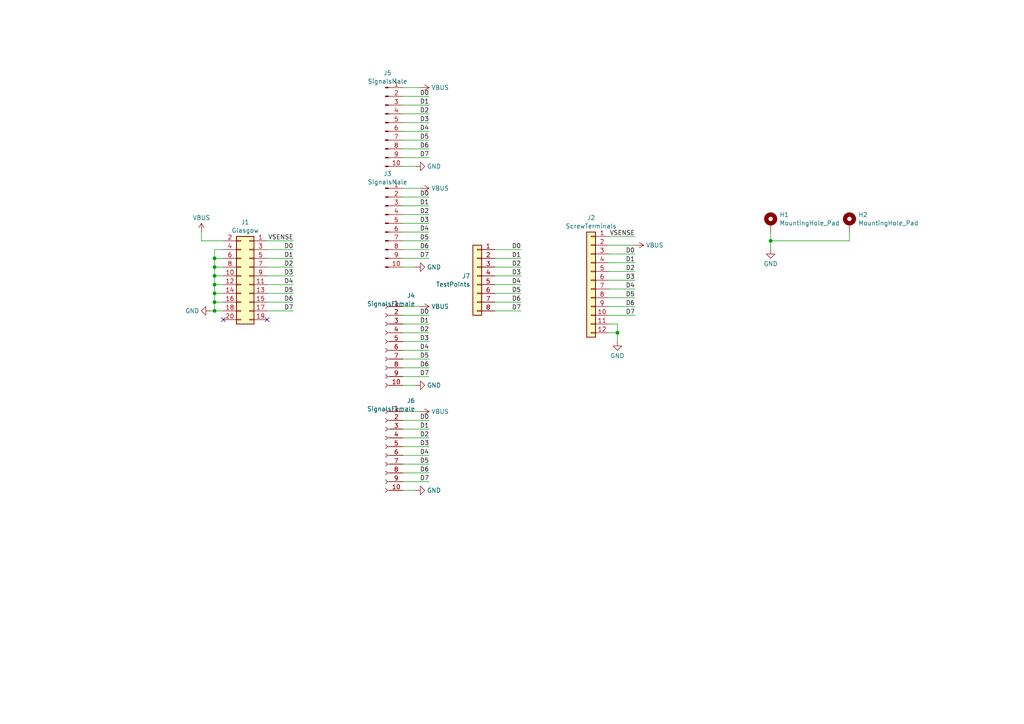
<source format=kicad_sch>
(kicad_sch
	(version 20231120)
	(generator "eeschema")
	(generator_version "8.0")
	(uuid "611ff545-19b3-4976-9e7e-acfa9fe1d3fb")
	(paper "A4")
	(lib_symbols
		(symbol "Connector:Conn_01x10_Pin"
			(pin_names
				(offset 1.016) hide)
			(exclude_from_sim no)
			(in_bom yes)
			(on_board yes)
			(property "Reference" "J"
				(at 0 12.7 0)
				(effects
					(font
						(size 1.27 1.27)
					)
				)
			)
			(property "Value" "Conn_01x10_Pin"
				(at 0 -15.24 0)
				(effects
					(font
						(size 1.27 1.27)
					)
				)
			)
			(property "Footprint" ""
				(at 0 0 0)
				(effects
					(font
						(size 1.27 1.27)
					)
					(hide yes)
				)
			)
			(property "Datasheet" "~"
				(at 0 0 0)
				(effects
					(font
						(size 1.27 1.27)
					)
					(hide yes)
				)
			)
			(property "Description" "Generic connector, single row, 01x10, script generated"
				(at 0 0 0)
				(effects
					(font
						(size 1.27 1.27)
					)
					(hide yes)
				)
			)
			(property "ki_locked" ""
				(at 0 0 0)
				(effects
					(font
						(size 1.27 1.27)
					)
				)
			)
			(property "ki_keywords" "connector"
				(at 0 0 0)
				(effects
					(font
						(size 1.27 1.27)
					)
					(hide yes)
				)
			)
			(property "ki_fp_filters" "Connector*:*_1x??_*"
				(at 0 0 0)
				(effects
					(font
						(size 1.27 1.27)
					)
					(hide yes)
				)
			)
			(symbol "Conn_01x10_Pin_1_1"
				(polyline
					(pts
						(xy 1.27 -12.7) (xy 0.8636 -12.7)
					)
					(stroke
						(width 0.1524)
						(type default)
					)
					(fill
						(type none)
					)
				)
				(polyline
					(pts
						(xy 1.27 -10.16) (xy 0.8636 -10.16)
					)
					(stroke
						(width 0.1524)
						(type default)
					)
					(fill
						(type none)
					)
				)
				(polyline
					(pts
						(xy 1.27 -7.62) (xy 0.8636 -7.62)
					)
					(stroke
						(width 0.1524)
						(type default)
					)
					(fill
						(type none)
					)
				)
				(polyline
					(pts
						(xy 1.27 -5.08) (xy 0.8636 -5.08)
					)
					(stroke
						(width 0.1524)
						(type default)
					)
					(fill
						(type none)
					)
				)
				(polyline
					(pts
						(xy 1.27 -2.54) (xy 0.8636 -2.54)
					)
					(stroke
						(width 0.1524)
						(type default)
					)
					(fill
						(type none)
					)
				)
				(polyline
					(pts
						(xy 1.27 0) (xy 0.8636 0)
					)
					(stroke
						(width 0.1524)
						(type default)
					)
					(fill
						(type none)
					)
				)
				(polyline
					(pts
						(xy 1.27 2.54) (xy 0.8636 2.54)
					)
					(stroke
						(width 0.1524)
						(type default)
					)
					(fill
						(type none)
					)
				)
				(polyline
					(pts
						(xy 1.27 5.08) (xy 0.8636 5.08)
					)
					(stroke
						(width 0.1524)
						(type default)
					)
					(fill
						(type none)
					)
				)
				(polyline
					(pts
						(xy 1.27 7.62) (xy 0.8636 7.62)
					)
					(stroke
						(width 0.1524)
						(type default)
					)
					(fill
						(type none)
					)
				)
				(polyline
					(pts
						(xy 1.27 10.16) (xy 0.8636 10.16)
					)
					(stroke
						(width 0.1524)
						(type default)
					)
					(fill
						(type none)
					)
				)
				(rectangle
					(start 0.8636 -12.573)
					(end 0 -12.827)
					(stroke
						(width 0.1524)
						(type default)
					)
					(fill
						(type outline)
					)
				)
				(rectangle
					(start 0.8636 -10.033)
					(end 0 -10.287)
					(stroke
						(width 0.1524)
						(type default)
					)
					(fill
						(type outline)
					)
				)
				(rectangle
					(start 0.8636 -7.493)
					(end 0 -7.747)
					(stroke
						(width 0.1524)
						(type default)
					)
					(fill
						(type outline)
					)
				)
				(rectangle
					(start 0.8636 -4.953)
					(end 0 -5.207)
					(stroke
						(width 0.1524)
						(type default)
					)
					(fill
						(type outline)
					)
				)
				(rectangle
					(start 0.8636 -2.413)
					(end 0 -2.667)
					(stroke
						(width 0.1524)
						(type default)
					)
					(fill
						(type outline)
					)
				)
				(rectangle
					(start 0.8636 0.127)
					(end 0 -0.127)
					(stroke
						(width 0.1524)
						(type default)
					)
					(fill
						(type outline)
					)
				)
				(rectangle
					(start 0.8636 2.667)
					(end 0 2.413)
					(stroke
						(width 0.1524)
						(type default)
					)
					(fill
						(type outline)
					)
				)
				(rectangle
					(start 0.8636 5.207)
					(end 0 4.953)
					(stroke
						(width 0.1524)
						(type default)
					)
					(fill
						(type outline)
					)
				)
				(rectangle
					(start 0.8636 7.747)
					(end 0 7.493)
					(stroke
						(width 0.1524)
						(type default)
					)
					(fill
						(type outline)
					)
				)
				(rectangle
					(start 0.8636 10.287)
					(end 0 10.033)
					(stroke
						(width 0.1524)
						(type default)
					)
					(fill
						(type outline)
					)
				)
				(pin passive line
					(at 5.08 10.16 180)
					(length 3.81)
					(name "Pin_1"
						(effects
							(font
								(size 1.27 1.27)
							)
						)
					)
					(number "1"
						(effects
							(font
								(size 1.27 1.27)
							)
						)
					)
				)
				(pin passive line
					(at 5.08 -12.7 180)
					(length 3.81)
					(name "Pin_10"
						(effects
							(font
								(size 1.27 1.27)
							)
						)
					)
					(number "10"
						(effects
							(font
								(size 1.27 1.27)
							)
						)
					)
				)
				(pin passive line
					(at 5.08 7.62 180)
					(length 3.81)
					(name "Pin_2"
						(effects
							(font
								(size 1.27 1.27)
							)
						)
					)
					(number "2"
						(effects
							(font
								(size 1.27 1.27)
							)
						)
					)
				)
				(pin passive line
					(at 5.08 5.08 180)
					(length 3.81)
					(name "Pin_3"
						(effects
							(font
								(size 1.27 1.27)
							)
						)
					)
					(number "3"
						(effects
							(font
								(size 1.27 1.27)
							)
						)
					)
				)
				(pin passive line
					(at 5.08 2.54 180)
					(length 3.81)
					(name "Pin_4"
						(effects
							(font
								(size 1.27 1.27)
							)
						)
					)
					(number "4"
						(effects
							(font
								(size 1.27 1.27)
							)
						)
					)
				)
				(pin passive line
					(at 5.08 0 180)
					(length 3.81)
					(name "Pin_5"
						(effects
							(font
								(size 1.27 1.27)
							)
						)
					)
					(number "5"
						(effects
							(font
								(size 1.27 1.27)
							)
						)
					)
				)
				(pin passive line
					(at 5.08 -2.54 180)
					(length 3.81)
					(name "Pin_6"
						(effects
							(font
								(size 1.27 1.27)
							)
						)
					)
					(number "6"
						(effects
							(font
								(size 1.27 1.27)
							)
						)
					)
				)
				(pin passive line
					(at 5.08 -5.08 180)
					(length 3.81)
					(name "Pin_7"
						(effects
							(font
								(size 1.27 1.27)
							)
						)
					)
					(number "7"
						(effects
							(font
								(size 1.27 1.27)
							)
						)
					)
				)
				(pin passive line
					(at 5.08 -7.62 180)
					(length 3.81)
					(name "Pin_8"
						(effects
							(font
								(size 1.27 1.27)
							)
						)
					)
					(number "8"
						(effects
							(font
								(size 1.27 1.27)
							)
						)
					)
				)
				(pin passive line
					(at 5.08 -10.16 180)
					(length 3.81)
					(name "Pin_9"
						(effects
							(font
								(size 1.27 1.27)
							)
						)
					)
					(number "9"
						(effects
							(font
								(size 1.27 1.27)
							)
						)
					)
				)
			)
		)
		(symbol "Connector:Conn_01x10_Socket"
			(pin_names
				(offset 1.016) hide)
			(exclude_from_sim no)
			(in_bom yes)
			(on_board yes)
			(property "Reference" "J"
				(at 0 12.7 0)
				(effects
					(font
						(size 1.27 1.27)
					)
				)
			)
			(property "Value" "Conn_01x10_Socket"
				(at 0 -15.24 0)
				(effects
					(font
						(size 1.27 1.27)
					)
				)
			)
			(property "Footprint" ""
				(at 0 0 0)
				(effects
					(font
						(size 1.27 1.27)
					)
					(hide yes)
				)
			)
			(property "Datasheet" "~"
				(at 0 0 0)
				(effects
					(font
						(size 1.27 1.27)
					)
					(hide yes)
				)
			)
			(property "Description" "Generic connector, single row, 01x10, script generated"
				(at 0 0 0)
				(effects
					(font
						(size 1.27 1.27)
					)
					(hide yes)
				)
			)
			(property "ki_locked" ""
				(at 0 0 0)
				(effects
					(font
						(size 1.27 1.27)
					)
				)
			)
			(property "ki_keywords" "connector"
				(at 0 0 0)
				(effects
					(font
						(size 1.27 1.27)
					)
					(hide yes)
				)
			)
			(property "ki_fp_filters" "Connector*:*_1x??_*"
				(at 0 0 0)
				(effects
					(font
						(size 1.27 1.27)
					)
					(hide yes)
				)
			)
			(symbol "Conn_01x10_Socket_1_1"
				(arc
					(start 0 -12.192)
					(mid -0.5058 -12.7)
					(end 0 -13.208)
					(stroke
						(width 0.1524)
						(type default)
					)
					(fill
						(type none)
					)
				)
				(arc
					(start 0 -9.652)
					(mid -0.5058 -10.16)
					(end 0 -10.668)
					(stroke
						(width 0.1524)
						(type default)
					)
					(fill
						(type none)
					)
				)
				(arc
					(start 0 -7.112)
					(mid -0.5058 -7.62)
					(end 0 -8.128)
					(stroke
						(width 0.1524)
						(type default)
					)
					(fill
						(type none)
					)
				)
				(arc
					(start 0 -4.572)
					(mid -0.5058 -5.08)
					(end 0 -5.588)
					(stroke
						(width 0.1524)
						(type default)
					)
					(fill
						(type none)
					)
				)
				(arc
					(start 0 -2.032)
					(mid -0.5058 -2.54)
					(end 0 -3.048)
					(stroke
						(width 0.1524)
						(type default)
					)
					(fill
						(type none)
					)
				)
				(polyline
					(pts
						(xy -1.27 -12.7) (xy -0.508 -12.7)
					)
					(stroke
						(width 0.1524)
						(type default)
					)
					(fill
						(type none)
					)
				)
				(polyline
					(pts
						(xy -1.27 -10.16) (xy -0.508 -10.16)
					)
					(stroke
						(width 0.1524)
						(type default)
					)
					(fill
						(type none)
					)
				)
				(polyline
					(pts
						(xy -1.27 -7.62) (xy -0.508 -7.62)
					)
					(stroke
						(width 0.1524)
						(type default)
					)
					(fill
						(type none)
					)
				)
				(polyline
					(pts
						(xy -1.27 -5.08) (xy -0.508 -5.08)
					)
					(stroke
						(width 0.1524)
						(type default)
					)
					(fill
						(type none)
					)
				)
				(polyline
					(pts
						(xy -1.27 -2.54) (xy -0.508 -2.54)
					)
					(stroke
						(width 0.1524)
						(type default)
					)
					(fill
						(type none)
					)
				)
				(polyline
					(pts
						(xy -1.27 0) (xy -0.508 0)
					)
					(stroke
						(width 0.1524)
						(type default)
					)
					(fill
						(type none)
					)
				)
				(polyline
					(pts
						(xy -1.27 2.54) (xy -0.508 2.54)
					)
					(stroke
						(width 0.1524)
						(type default)
					)
					(fill
						(type none)
					)
				)
				(polyline
					(pts
						(xy -1.27 5.08) (xy -0.508 5.08)
					)
					(stroke
						(width 0.1524)
						(type default)
					)
					(fill
						(type none)
					)
				)
				(polyline
					(pts
						(xy -1.27 7.62) (xy -0.508 7.62)
					)
					(stroke
						(width 0.1524)
						(type default)
					)
					(fill
						(type none)
					)
				)
				(polyline
					(pts
						(xy -1.27 10.16) (xy -0.508 10.16)
					)
					(stroke
						(width 0.1524)
						(type default)
					)
					(fill
						(type none)
					)
				)
				(arc
					(start 0 0.508)
					(mid -0.5058 0)
					(end 0 -0.508)
					(stroke
						(width 0.1524)
						(type default)
					)
					(fill
						(type none)
					)
				)
				(arc
					(start 0 3.048)
					(mid -0.5058 2.54)
					(end 0 2.032)
					(stroke
						(width 0.1524)
						(type default)
					)
					(fill
						(type none)
					)
				)
				(arc
					(start 0 5.588)
					(mid -0.5058 5.08)
					(end 0 4.572)
					(stroke
						(width 0.1524)
						(type default)
					)
					(fill
						(type none)
					)
				)
				(arc
					(start 0 8.128)
					(mid -0.5058 7.62)
					(end 0 7.112)
					(stroke
						(width 0.1524)
						(type default)
					)
					(fill
						(type none)
					)
				)
				(arc
					(start 0 10.668)
					(mid -0.5058 10.16)
					(end 0 9.652)
					(stroke
						(width 0.1524)
						(type default)
					)
					(fill
						(type none)
					)
				)
				(pin passive line
					(at -5.08 10.16 0)
					(length 3.81)
					(name "Pin_1"
						(effects
							(font
								(size 1.27 1.27)
							)
						)
					)
					(number "1"
						(effects
							(font
								(size 1.27 1.27)
							)
						)
					)
				)
				(pin passive line
					(at -5.08 -12.7 0)
					(length 3.81)
					(name "Pin_10"
						(effects
							(font
								(size 1.27 1.27)
							)
						)
					)
					(number "10"
						(effects
							(font
								(size 1.27 1.27)
							)
						)
					)
				)
				(pin passive line
					(at -5.08 7.62 0)
					(length 3.81)
					(name "Pin_2"
						(effects
							(font
								(size 1.27 1.27)
							)
						)
					)
					(number "2"
						(effects
							(font
								(size 1.27 1.27)
							)
						)
					)
				)
				(pin passive line
					(at -5.08 5.08 0)
					(length 3.81)
					(name "Pin_3"
						(effects
							(font
								(size 1.27 1.27)
							)
						)
					)
					(number "3"
						(effects
							(font
								(size 1.27 1.27)
							)
						)
					)
				)
				(pin passive line
					(at -5.08 2.54 0)
					(length 3.81)
					(name "Pin_4"
						(effects
							(font
								(size 1.27 1.27)
							)
						)
					)
					(number "4"
						(effects
							(font
								(size 1.27 1.27)
							)
						)
					)
				)
				(pin passive line
					(at -5.08 0 0)
					(length 3.81)
					(name "Pin_5"
						(effects
							(font
								(size 1.27 1.27)
							)
						)
					)
					(number "5"
						(effects
							(font
								(size 1.27 1.27)
							)
						)
					)
				)
				(pin passive line
					(at -5.08 -2.54 0)
					(length 3.81)
					(name "Pin_6"
						(effects
							(font
								(size 1.27 1.27)
							)
						)
					)
					(number "6"
						(effects
							(font
								(size 1.27 1.27)
							)
						)
					)
				)
				(pin passive line
					(at -5.08 -5.08 0)
					(length 3.81)
					(name "Pin_7"
						(effects
							(font
								(size 1.27 1.27)
							)
						)
					)
					(number "7"
						(effects
							(font
								(size 1.27 1.27)
							)
						)
					)
				)
				(pin passive line
					(at -5.08 -7.62 0)
					(length 3.81)
					(name "Pin_8"
						(effects
							(font
								(size 1.27 1.27)
							)
						)
					)
					(number "8"
						(effects
							(font
								(size 1.27 1.27)
							)
						)
					)
				)
				(pin passive line
					(at -5.08 -10.16 0)
					(length 3.81)
					(name "Pin_9"
						(effects
							(font
								(size 1.27 1.27)
							)
						)
					)
					(number "9"
						(effects
							(font
								(size 1.27 1.27)
							)
						)
					)
				)
			)
		)
		(symbol "Connector_Generic:Conn_01x08"
			(pin_names
				(offset 1.016) hide)
			(exclude_from_sim no)
			(in_bom yes)
			(on_board yes)
			(property "Reference" "J"
				(at 0 10.16 0)
				(effects
					(font
						(size 1.27 1.27)
					)
				)
			)
			(property "Value" "Conn_01x08"
				(at 0 -12.7 0)
				(effects
					(font
						(size 1.27 1.27)
					)
				)
			)
			(property "Footprint" ""
				(at 0 0 0)
				(effects
					(font
						(size 1.27 1.27)
					)
					(hide yes)
				)
			)
			(property "Datasheet" "~"
				(at 0 0 0)
				(effects
					(font
						(size 1.27 1.27)
					)
					(hide yes)
				)
			)
			(property "Description" "Generic connector, single row, 01x08, script generated (kicad-library-utils/schlib/autogen/connector/)"
				(at 0 0 0)
				(effects
					(font
						(size 1.27 1.27)
					)
					(hide yes)
				)
			)
			(property "ki_keywords" "connector"
				(at 0 0 0)
				(effects
					(font
						(size 1.27 1.27)
					)
					(hide yes)
				)
			)
			(property "ki_fp_filters" "Connector*:*_1x??_*"
				(at 0 0 0)
				(effects
					(font
						(size 1.27 1.27)
					)
					(hide yes)
				)
			)
			(symbol "Conn_01x08_1_1"
				(rectangle
					(start -1.27 -10.033)
					(end 0 -10.287)
					(stroke
						(width 0.1524)
						(type default)
					)
					(fill
						(type none)
					)
				)
				(rectangle
					(start -1.27 -7.493)
					(end 0 -7.747)
					(stroke
						(width 0.1524)
						(type default)
					)
					(fill
						(type none)
					)
				)
				(rectangle
					(start -1.27 -4.953)
					(end 0 -5.207)
					(stroke
						(width 0.1524)
						(type default)
					)
					(fill
						(type none)
					)
				)
				(rectangle
					(start -1.27 -2.413)
					(end 0 -2.667)
					(stroke
						(width 0.1524)
						(type default)
					)
					(fill
						(type none)
					)
				)
				(rectangle
					(start -1.27 0.127)
					(end 0 -0.127)
					(stroke
						(width 0.1524)
						(type default)
					)
					(fill
						(type none)
					)
				)
				(rectangle
					(start -1.27 2.667)
					(end 0 2.413)
					(stroke
						(width 0.1524)
						(type default)
					)
					(fill
						(type none)
					)
				)
				(rectangle
					(start -1.27 5.207)
					(end 0 4.953)
					(stroke
						(width 0.1524)
						(type default)
					)
					(fill
						(type none)
					)
				)
				(rectangle
					(start -1.27 7.747)
					(end 0 7.493)
					(stroke
						(width 0.1524)
						(type default)
					)
					(fill
						(type none)
					)
				)
				(rectangle
					(start -1.27 8.89)
					(end 1.27 -11.43)
					(stroke
						(width 0.254)
						(type default)
					)
					(fill
						(type background)
					)
				)
				(pin passive line
					(at -5.08 7.62 0)
					(length 3.81)
					(name "Pin_1"
						(effects
							(font
								(size 1.27 1.27)
							)
						)
					)
					(number "1"
						(effects
							(font
								(size 1.27 1.27)
							)
						)
					)
				)
				(pin passive line
					(at -5.08 5.08 0)
					(length 3.81)
					(name "Pin_2"
						(effects
							(font
								(size 1.27 1.27)
							)
						)
					)
					(number "2"
						(effects
							(font
								(size 1.27 1.27)
							)
						)
					)
				)
				(pin passive line
					(at -5.08 2.54 0)
					(length 3.81)
					(name "Pin_3"
						(effects
							(font
								(size 1.27 1.27)
							)
						)
					)
					(number "3"
						(effects
							(font
								(size 1.27 1.27)
							)
						)
					)
				)
				(pin passive line
					(at -5.08 0 0)
					(length 3.81)
					(name "Pin_4"
						(effects
							(font
								(size 1.27 1.27)
							)
						)
					)
					(number "4"
						(effects
							(font
								(size 1.27 1.27)
							)
						)
					)
				)
				(pin passive line
					(at -5.08 -2.54 0)
					(length 3.81)
					(name "Pin_5"
						(effects
							(font
								(size 1.27 1.27)
							)
						)
					)
					(number "5"
						(effects
							(font
								(size 1.27 1.27)
							)
						)
					)
				)
				(pin passive line
					(at -5.08 -5.08 0)
					(length 3.81)
					(name "Pin_6"
						(effects
							(font
								(size 1.27 1.27)
							)
						)
					)
					(number "6"
						(effects
							(font
								(size 1.27 1.27)
							)
						)
					)
				)
				(pin passive line
					(at -5.08 -7.62 0)
					(length 3.81)
					(name "Pin_7"
						(effects
							(font
								(size 1.27 1.27)
							)
						)
					)
					(number "7"
						(effects
							(font
								(size 1.27 1.27)
							)
						)
					)
				)
				(pin passive line
					(at -5.08 -10.16 0)
					(length 3.81)
					(name "Pin_8"
						(effects
							(font
								(size 1.27 1.27)
							)
						)
					)
					(number "8"
						(effects
							(font
								(size 1.27 1.27)
							)
						)
					)
				)
			)
		)
		(symbol "Connector_Generic:Conn_01x12"
			(pin_names
				(offset 1.016) hide)
			(exclude_from_sim no)
			(in_bom yes)
			(on_board yes)
			(property "Reference" "J"
				(at 0 15.24 0)
				(effects
					(font
						(size 1.27 1.27)
					)
				)
			)
			(property "Value" "Conn_01x12"
				(at 0 -17.78 0)
				(effects
					(font
						(size 1.27 1.27)
					)
				)
			)
			(property "Footprint" ""
				(at 0 0 0)
				(effects
					(font
						(size 1.27 1.27)
					)
					(hide yes)
				)
			)
			(property "Datasheet" "~"
				(at 0 0 0)
				(effects
					(font
						(size 1.27 1.27)
					)
					(hide yes)
				)
			)
			(property "Description" "Generic connector, single row, 01x12, script generated (kicad-library-utils/schlib/autogen/connector/)"
				(at 0 0 0)
				(effects
					(font
						(size 1.27 1.27)
					)
					(hide yes)
				)
			)
			(property "ki_keywords" "connector"
				(at 0 0 0)
				(effects
					(font
						(size 1.27 1.27)
					)
					(hide yes)
				)
			)
			(property "ki_fp_filters" "Connector*:*_1x??_*"
				(at 0 0 0)
				(effects
					(font
						(size 1.27 1.27)
					)
					(hide yes)
				)
			)
			(symbol "Conn_01x12_1_1"
				(rectangle
					(start -1.27 -15.113)
					(end 0 -15.367)
					(stroke
						(width 0.1524)
						(type default)
					)
					(fill
						(type none)
					)
				)
				(rectangle
					(start -1.27 -12.573)
					(end 0 -12.827)
					(stroke
						(width 0.1524)
						(type default)
					)
					(fill
						(type none)
					)
				)
				(rectangle
					(start -1.27 -10.033)
					(end 0 -10.287)
					(stroke
						(width 0.1524)
						(type default)
					)
					(fill
						(type none)
					)
				)
				(rectangle
					(start -1.27 -7.493)
					(end 0 -7.747)
					(stroke
						(width 0.1524)
						(type default)
					)
					(fill
						(type none)
					)
				)
				(rectangle
					(start -1.27 -4.953)
					(end 0 -5.207)
					(stroke
						(width 0.1524)
						(type default)
					)
					(fill
						(type none)
					)
				)
				(rectangle
					(start -1.27 -2.413)
					(end 0 -2.667)
					(stroke
						(width 0.1524)
						(type default)
					)
					(fill
						(type none)
					)
				)
				(rectangle
					(start -1.27 0.127)
					(end 0 -0.127)
					(stroke
						(width 0.1524)
						(type default)
					)
					(fill
						(type none)
					)
				)
				(rectangle
					(start -1.27 2.667)
					(end 0 2.413)
					(stroke
						(width 0.1524)
						(type default)
					)
					(fill
						(type none)
					)
				)
				(rectangle
					(start -1.27 5.207)
					(end 0 4.953)
					(stroke
						(width 0.1524)
						(type default)
					)
					(fill
						(type none)
					)
				)
				(rectangle
					(start -1.27 7.747)
					(end 0 7.493)
					(stroke
						(width 0.1524)
						(type default)
					)
					(fill
						(type none)
					)
				)
				(rectangle
					(start -1.27 10.287)
					(end 0 10.033)
					(stroke
						(width 0.1524)
						(type default)
					)
					(fill
						(type none)
					)
				)
				(rectangle
					(start -1.27 12.827)
					(end 0 12.573)
					(stroke
						(width 0.1524)
						(type default)
					)
					(fill
						(type none)
					)
				)
				(rectangle
					(start -1.27 13.97)
					(end 1.27 -16.51)
					(stroke
						(width 0.254)
						(type default)
					)
					(fill
						(type background)
					)
				)
				(pin passive line
					(at -5.08 12.7 0)
					(length 3.81)
					(name "Pin_1"
						(effects
							(font
								(size 1.27 1.27)
							)
						)
					)
					(number "1"
						(effects
							(font
								(size 1.27 1.27)
							)
						)
					)
				)
				(pin passive line
					(at -5.08 -10.16 0)
					(length 3.81)
					(name "Pin_10"
						(effects
							(font
								(size 1.27 1.27)
							)
						)
					)
					(number "10"
						(effects
							(font
								(size 1.27 1.27)
							)
						)
					)
				)
				(pin passive line
					(at -5.08 -12.7 0)
					(length 3.81)
					(name "Pin_11"
						(effects
							(font
								(size 1.27 1.27)
							)
						)
					)
					(number "11"
						(effects
							(font
								(size 1.27 1.27)
							)
						)
					)
				)
				(pin passive line
					(at -5.08 -15.24 0)
					(length 3.81)
					(name "Pin_12"
						(effects
							(font
								(size 1.27 1.27)
							)
						)
					)
					(number "12"
						(effects
							(font
								(size 1.27 1.27)
							)
						)
					)
				)
				(pin passive line
					(at -5.08 10.16 0)
					(length 3.81)
					(name "Pin_2"
						(effects
							(font
								(size 1.27 1.27)
							)
						)
					)
					(number "2"
						(effects
							(font
								(size 1.27 1.27)
							)
						)
					)
				)
				(pin passive line
					(at -5.08 7.62 0)
					(length 3.81)
					(name "Pin_3"
						(effects
							(font
								(size 1.27 1.27)
							)
						)
					)
					(number "3"
						(effects
							(font
								(size 1.27 1.27)
							)
						)
					)
				)
				(pin passive line
					(at -5.08 5.08 0)
					(length 3.81)
					(name "Pin_4"
						(effects
							(font
								(size 1.27 1.27)
							)
						)
					)
					(number "4"
						(effects
							(font
								(size 1.27 1.27)
							)
						)
					)
				)
				(pin passive line
					(at -5.08 2.54 0)
					(length 3.81)
					(name "Pin_5"
						(effects
							(font
								(size 1.27 1.27)
							)
						)
					)
					(number "5"
						(effects
							(font
								(size 1.27 1.27)
							)
						)
					)
				)
				(pin passive line
					(at -5.08 0 0)
					(length 3.81)
					(name "Pin_6"
						(effects
							(font
								(size 1.27 1.27)
							)
						)
					)
					(number "6"
						(effects
							(font
								(size 1.27 1.27)
							)
						)
					)
				)
				(pin passive line
					(at -5.08 -2.54 0)
					(length 3.81)
					(name "Pin_7"
						(effects
							(font
								(size 1.27 1.27)
							)
						)
					)
					(number "7"
						(effects
							(font
								(size 1.27 1.27)
							)
						)
					)
				)
				(pin passive line
					(at -5.08 -5.08 0)
					(length 3.81)
					(name "Pin_8"
						(effects
							(font
								(size 1.27 1.27)
							)
						)
					)
					(number "8"
						(effects
							(font
								(size 1.27 1.27)
							)
						)
					)
				)
				(pin passive line
					(at -5.08 -7.62 0)
					(length 3.81)
					(name "Pin_9"
						(effects
							(font
								(size 1.27 1.27)
							)
						)
					)
					(number "9"
						(effects
							(font
								(size 1.27 1.27)
							)
						)
					)
				)
			)
		)
		(symbol "Connector_Generic:Conn_02x10_Odd_Even"
			(pin_names
				(offset 1.016) hide)
			(exclude_from_sim no)
			(in_bom yes)
			(on_board yes)
			(property "Reference" "J"
				(at 1.27 12.7 0)
				(effects
					(font
						(size 1.27 1.27)
					)
				)
			)
			(property "Value" "Conn_02x10_Odd_Even"
				(at 1.27 -15.24 0)
				(effects
					(font
						(size 1.27 1.27)
					)
				)
			)
			(property "Footprint" ""
				(at 0 0 0)
				(effects
					(font
						(size 1.27 1.27)
					)
					(hide yes)
				)
			)
			(property "Datasheet" "~"
				(at 0 0 0)
				(effects
					(font
						(size 1.27 1.27)
					)
					(hide yes)
				)
			)
			(property "Description" "Generic connector, double row, 02x10, odd/even pin numbering scheme (row 1 odd numbers, row 2 even numbers), script generated (kicad-library-utils/schlib/autogen/connector/)"
				(at 0 0 0)
				(effects
					(font
						(size 1.27 1.27)
					)
					(hide yes)
				)
			)
			(property "ki_keywords" "connector"
				(at 0 0 0)
				(effects
					(font
						(size 1.27 1.27)
					)
					(hide yes)
				)
			)
			(property "ki_fp_filters" "Connector*:*_2x??_*"
				(at 0 0 0)
				(effects
					(font
						(size 1.27 1.27)
					)
					(hide yes)
				)
			)
			(symbol "Conn_02x10_Odd_Even_1_1"
				(rectangle
					(start -1.27 -12.573)
					(end 0 -12.827)
					(stroke
						(width 0.1524)
						(type default)
					)
					(fill
						(type none)
					)
				)
				(rectangle
					(start -1.27 -10.033)
					(end 0 -10.287)
					(stroke
						(width 0.1524)
						(type default)
					)
					(fill
						(type none)
					)
				)
				(rectangle
					(start -1.27 -7.493)
					(end 0 -7.747)
					(stroke
						(width 0.1524)
						(type default)
					)
					(fill
						(type none)
					)
				)
				(rectangle
					(start -1.27 -4.953)
					(end 0 -5.207)
					(stroke
						(width 0.1524)
						(type default)
					)
					(fill
						(type none)
					)
				)
				(rectangle
					(start -1.27 -2.413)
					(end 0 -2.667)
					(stroke
						(width 0.1524)
						(type default)
					)
					(fill
						(type none)
					)
				)
				(rectangle
					(start -1.27 0.127)
					(end 0 -0.127)
					(stroke
						(width 0.1524)
						(type default)
					)
					(fill
						(type none)
					)
				)
				(rectangle
					(start -1.27 2.667)
					(end 0 2.413)
					(stroke
						(width 0.1524)
						(type default)
					)
					(fill
						(type none)
					)
				)
				(rectangle
					(start -1.27 5.207)
					(end 0 4.953)
					(stroke
						(width 0.1524)
						(type default)
					)
					(fill
						(type none)
					)
				)
				(rectangle
					(start -1.27 7.747)
					(end 0 7.493)
					(stroke
						(width 0.1524)
						(type default)
					)
					(fill
						(type none)
					)
				)
				(rectangle
					(start -1.27 10.287)
					(end 0 10.033)
					(stroke
						(width 0.1524)
						(type default)
					)
					(fill
						(type none)
					)
				)
				(rectangle
					(start -1.27 11.43)
					(end 3.81 -13.97)
					(stroke
						(width 0.254)
						(type default)
					)
					(fill
						(type background)
					)
				)
				(rectangle
					(start 3.81 -12.573)
					(end 2.54 -12.827)
					(stroke
						(width 0.1524)
						(type default)
					)
					(fill
						(type none)
					)
				)
				(rectangle
					(start 3.81 -10.033)
					(end 2.54 -10.287)
					(stroke
						(width 0.1524)
						(type default)
					)
					(fill
						(type none)
					)
				)
				(rectangle
					(start 3.81 -7.493)
					(end 2.54 -7.747)
					(stroke
						(width 0.1524)
						(type default)
					)
					(fill
						(type none)
					)
				)
				(rectangle
					(start 3.81 -4.953)
					(end 2.54 -5.207)
					(stroke
						(width 0.1524)
						(type default)
					)
					(fill
						(type none)
					)
				)
				(rectangle
					(start 3.81 -2.413)
					(end 2.54 -2.667)
					(stroke
						(width 0.1524)
						(type default)
					)
					(fill
						(type none)
					)
				)
				(rectangle
					(start 3.81 0.127)
					(end 2.54 -0.127)
					(stroke
						(width 0.1524)
						(type default)
					)
					(fill
						(type none)
					)
				)
				(rectangle
					(start 3.81 2.667)
					(end 2.54 2.413)
					(stroke
						(width 0.1524)
						(type default)
					)
					(fill
						(type none)
					)
				)
				(rectangle
					(start 3.81 5.207)
					(end 2.54 4.953)
					(stroke
						(width 0.1524)
						(type default)
					)
					(fill
						(type none)
					)
				)
				(rectangle
					(start 3.81 7.747)
					(end 2.54 7.493)
					(stroke
						(width 0.1524)
						(type default)
					)
					(fill
						(type none)
					)
				)
				(rectangle
					(start 3.81 10.287)
					(end 2.54 10.033)
					(stroke
						(width 0.1524)
						(type default)
					)
					(fill
						(type none)
					)
				)
				(pin passive line
					(at -5.08 10.16 0)
					(length 3.81)
					(name "Pin_1"
						(effects
							(font
								(size 1.27 1.27)
							)
						)
					)
					(number "1"
						(effects
							(font
								(size 1.27 1.27)
							)
						)
					)
				)
				(pin passive line
					(at 7.62 0 180)
					(length 3.81)
					(name "Pin_10"
						(effects
							(font
								(size 1.27 1.27)
							)
						)
					)
					(number "10"
						(effects
							(font
								(size 1.27 1.27)
							)
						)
					)
				)
				(pin passive line
					(at -5.08 -2.54 0)
					(length 3.81)
					(name "Pin_11"
						(effects
							(font
								(size 1.27 1.27)
							)
						)
					)
					(number "11"
						(effects
							(font
								(size 1.27 1.27)
							)
						)
					)
				)
				(pin passive line
					(at 7.62 -2.54 180)
					(length 3.81)
					(name "Pin_12"
						(effects
							(font
								(size 1.27 1.27)
							)
						)
					)
					(number "12"
						(effects
							(font
								(size 1.27 1.27)
							)
						)
					)
				)
				(pin passive line
					(at -5.08 -5.08 0)
					(length 3.81)
					(name "Pin_13"
						(effects
							(font
								(size 1.27 1.27)
							)
						)
					)
					(number "13"
						(effects
							(font
								(size 1.27 1.27)
							)
						)
					)
				)
				(pin passive line
					(at 7.62 -5.08 180)
					(length 3.81)
					(name "Pin_14"
						(effects
							(font
								(size 1.27 1.27)
							)
						)
					)
					(number "14"
						(effects
							(font
								(size 1.27 1.27)
							)
						)
					)
				)
				(pin passive line
					(at -5.08 -7.62 0)
					(length 3.81)
					(name "Pin_15"
						(effects
							(font
								(size 1.27 1.27)
							)
						)
					)
					(number "15"
						(effects
							(font
								(size 1.27 1.27)
							)
						)
					)
				)
				(pin passive line
					(at 7.62 -7.62 180)
					(length 3.81)
					(name "Pin_16"
						(effects
							(font
								(size 1.27 1.27)
							)
						)
					)
					(number "16"
						(effects
							(font
								(size 1.27 1.27)
							)
						)
					)
				)
				(pin passive line
					(at -5.08 -10.16 0)
					(length 3.81)
					(name "Pin_17"
						(effects
							(font
								(size 1.27 1.27)
							)
						)
					)
					(number "17"
						(effects
							(font
								(size 1.27 1.27)
							)
						)
					)
				)
				(pin passive line
					(at 7.62 -10.16 180)
					(length 3.81)
					(name "Pin_18"
						(effects
							(font
								(size 1.27 1.27)
							)
						)
					)
					(number "18"
						(effects
							(font
								(size 1.27 1.27)
							)
						)
					)
				)
				(pin passive line
					(at -5.08 -12.7 0)
					(length 3.81)
					(name "Pin_19"
						(effects
							(font
								(size 1.27 1.27)
							)
						)
					)
					(number "19"
						(effects
							(font
								(size 1.27 1.27)
							)
						)
					)
				)
				(pin passive line
					(at 7.62 10.16 180)
					(length 3.81)
					(name "Pin_2"
						(effects
							(font
								(size 1.27 1.27)
							)
						)
					)
					(number "2"
						(effects
							(font
								(size 1.27 1.27)
							)
						)
					)
				)
				(pin passive line
					(at 7.62 -12.7 180)
					(length 3.81)
					(name "Pin_20"
						(effects
							(font
								(size 1.27 1.27)
							)
						)
					)
					(number "20"
						(effects
							(font
								(size 1.27 1.27)
							)
						)
					)
				)
				(pin passive line
					(at -5.08 7.62 0)
					(length 3.81)
					(name "Pin_3"
						(effects
							(font
								(size 1.27 1.27)
							)
						)
					)
					(number "3"
						(effects
							(font
								(size 1.27 1.27)
							)
						)
					)
				)
				(pin passive line
					(at 7.62 7.62 180)
					(length 3.81)
					(name "Pin_4"
						(effects
							(font
								(size 1.27 1.27)
							)
						)
					)
					(number "4"
						(effects
							(font
								(size 1.27 1.27)
							)
						)
					)
				)
				(pin passive line
					(at -5.08 5.08 0)
					(length 3.81)
					(name "Pin_5"
						(effects
							(font
								(size 1.27 1.27)
							)
						)
					)
					(number "5"
						(effects
							(font
								(size 1.27 1.27)
							)
						)
					)
				)
				(pin passive line
					(at 7.62 5.08 180)
					(length 3.81)
					(name "Pin_6"
						(effects
							(font
								(size 1.27 1.27)
							)
						)
					)
					(number "6"
						(effects
							(font
								(size 1.27 1.27)
							)
						)
					)
				)
				(pin passive line
					(at -5.08 2.54 0)
					(length 3.81)
					(name "Pin_7"
						(effects
							(font
								(size 1.27 1.27)
							)
						)
					)
					(number "7"
						(effects
							(font
								(size 1.27 1.27)
							)
						)
					)
				)
				(pin passive line
					(at 7.62 2.54 180)
					(length 3.81)
					(name "Pin_8"
						(effects
							(font
								(size 1.27 1.27)
							)
						)
					)
					(number "8"
						(effects
							(font
								(size 1.27 1.27)
							)
						)
					)
				)
				(pin passive line
					(at -5.08 0 0)
					(length 3.81)
					(name "Pin_9"
						(effects
							(font
								(size 1.27 1.27)
							)
						)
					)
					(number "9"
						(effects
							(font
								(size 1.27 1.27)
							)
						)
					)
				)
			)
		)
		(symbol "Mechanical:MountingHole_Pad"
			(pin_numbers hide)
			(pin_names
				(offset 1.016) hide)
			(exclude_from_sim yes)
			(in_bom no)
			(on_board yes)
			(property "Reference" "H"
				(at 0 6.35 0)
				(effects
					(font
						(size 1.27 1.27)
					)
				)
			)
			(property "Value" "MountingHole_Pad"
				(at 0 4.445 0)
				(effects
					(font
						(size 1.27 1.27)
					)
				)
			)
			(property "Footprint" ""
				(at 0 0 0)
				(effects
					(font
						(size 1.27 1.27)
					)
					(hide yes)
				)
			)
			(property "Datasheet" "~"
				(at 0 0 0)
				(effects
					(font
						(size 1.27 1.27)
					)
					(hide yes)
				)
			)
			(property "Description" "Mounting Hole with connection"
				(at 0 0 0)
				(effects
					(font
						(size 1.27 1.27)
					)
					(hide yes)
				)
			)
			(property "ki_keywords" "mounting hole"
				(at 0 0 0)
				(effects
					(font
						(size 1.27 1.27)
					)
					(hide yes)
				)
			)
			(property "ki_fp_filters" "MountingHole*Pad*"
				(at 0 0 0)
				(effects
					(font
						(size 1.27 1.27)
					)
					(hide yes)
				)
			)
			(symbol "MountingHole_Pad_0_1"
				(circle
					(center 0 1.27)
					(radius 1.27)
					(stroke
						(width 1.27)
						(type default)
					)
					(fill
						(type none)
					)
				)
			)
			(symbol "MountingHole_Pad_1_1"
				(pin input line
					(at 0 -2.54 90)
					(length 2.54)
					(name "1"
						(effects
							(font
								(size 1.27 1.27)
							)
						)
					)
					(number "1"
						(effects
							(font
								(size 1.27 1.27)
							)
						)
					)
				)
			)
		)
		(symbol "power:GND"
			(power)
			(pin_numbers hide)
			(pin_names
				(offset 0) hide)
			(exclude_from_sim no)
			(in_bom yes)
			(on_board yes)
			(property "Reference" "#PWR"
				(at 0 -6.35 0)
				(effects
					(font
						(size 1.27 1.27)
					)
					(hide yes)
				)
			)
			(property "Value" "GND"
				(at 0 -3.81 0)
				(effects
					(font
						(size 1.27 1.27)
					)
				)
			)
			(property "Footprint" ""
				(at 0 0 0)
				(effects
					(font
						(size 1.27 1.27)
					)
					(hide yes)
				)
			)
			(property "Datasheet" ""
				(at 0 0 0)
				(effects
					(font
						(size 1.27 1.27)
					)
					(hide yes)
				)
			)
			(property "Description" "Power symbol creates a global label with name \"GND\" , ground"
				(at 0 0 0)
				(effects
					(font
						(size 1.27 1.27)
					)
					(hide yes)
				)
			)
			(property "ki_keywords" "global power"
				(at 0 0 0)
				(effects
					(font
						(size 1.27 1.27)
					)
					(hide yes)
				)
			)
			(symbol "GND_0_1"
				(polyline
					(pts
						(xy 0 0) (xy 0 -1.27) (xy 1.27 -1.27) (xy 0 -2.54) (xy -1.27 -1.27) (xy 0 -1.27)
					)
					(stroke
						(width 0)
						(type default)
					)
					(fill
						(type none)
					)
				)
			)
			(symbol "GND_1_1"
				(pin power_in line
					(at 0 0 270)
					(length 0)
					(name "~"
						(effects
							(font
								(size 1.27 1.27)
							)
						)
					)
					(number "1"
						(effects
							(font
								(size 1.27 1.27)
							)
						)
					)
				)
			)
		)
		(symbol "power:VBUS"
			(power)
			(pin_numbers hide)
			(pin_names
				(offset 0) hide)
			(exclude_from_sim no)
			(in_bom yes)
			(on_board yes)
			(property "Reference" "#PWR"
				(at 0 -3.81 0)
				(effects
					(font
						(size 1.27 1.27)
					)
					(hide yes)
				)
			)
			(property "Value" "VBUS"
				(at 0 3.556 0)
				(effects
					(font
						(size 1.27 1.27)
					)
				)
			)
			(property "Footprint" ""
				(at 0 0 0)
				(effects
					(font
						(size 1.27 1.27)
					)
					(hide yes)
				)
			)
			(property "Datasheet" ""
				(at 0 0 0)
				(effects
					(font
						(size 1.27 1.27)
					)
					(hide yes)
				)
			)
			(property "Description" "Power symbol creates a global label with name \"VBUS\""
				(at 0 0 0)
				(effects
					(font
						(size 1.27 1.27)
					)
					(hide yes)
				)
			)
			(property "ki_keywords" "global power"
				(at 0 0 0)
				(effects
					(font
						(size 1.27 1.27)
					)
					(hide yes)
				)
			)
			(symbol "VBUS_0_1"
				(polyline
					(pts
						(xy -0.762 1.27) (xy 0 2.54)
					)
					(stroke
						(width 0)
						(type default)
					)
					(fill
						(type none)
					)
				)
				(polyline
					(pts
						(xy 0 0) (xy 0 2.54)
					)
					(stroke
						(width 0)
						(type default)
					)
					(fill
						(type none)
					)
				)
				(polyline
					(pts
						(xy 0 2.54) (xy 0.762 1.27)
					)
					(stroke
						(width 0)
						(type default)
					)
					(fill
						(type none)
					)
				)
			)
			(symbol "VBUS_1_1"
				(pin power_in line
					(at 0 0 90)
					(length 0)
					(name "~"
						(effects
							(font
								(size 1.27 1.27)
							)
						)
					)
					(number "1"
						(effects
							(font
								(size 1.27 1.27)
							)
						)
					)
				)
			)
		)
	)
	(junction
		(at 62.23 77.47)
		(diameter 0)
		(color 0 0 0 0)
		(uuid "4e55aefd-81e3-4605-a85a-ad5de9f53fda")
	)
	(junction
		(at 179.07 96.52)
		(diameter 0)
		(color 0 0 0 0)
		(uuid "6f326d1a-0586-4010-84a6-4e461480d022")
	)
	(junction
		(at 62.23 85.09)
		(diameter 0)
		(color 0 0 0 0)
		(uuid "74bdf49f-77a4-4931-9f14-c4d6adf15095")
	)
	(junction
		(at 62.23 80.01)
		(diameter 0)
		(color 0 0 0 0)
		(uuid "8b4ad1cd-05c3-4a30-83e8-8f14a4f269e3")
	)
	(junction
		(at 62.23 74.93)
		(diameter 0)
		(color 0 0 0 0)
		(uuid "92b86e05-da19-48f3-9c0b-8cd48e4b1374")
	)
	(junction
		(at 62.23 82.55)
		(diameter 0)
		(color 0 0 0 0)
		(uuid "b425fa25-7de4-4a4e-97f0-a244d85a828d")
	)
	(junction
		(at 62.23 90.17)
		(diameter 0)
		(color 0 0 0 0)
		(uuid "d5b95fec-7cb0-4cd9-b58c-5377fb8153cd")
	)
	(junction
		(at 223.52 69.85)
		(diameter 0)
		(color 0 0 0 0)
		(uuid "fd218534-fb18-48d2-b142-061e0f0af51a")
	)
	(junction
		(at 62.23 87.63)
		(diameter 0)
		(color 0 0 0 0)
		(uuid "fe3666b6-fa9b-45f6-8465-0eab1e55259e")
	)
	(no_connect
		(at 64.77 92.71)
		(uuid "abebc5dc-6d32-4253-a3e2-fee57331eb71")
	)
	(no_connect
		(at 77.47 92.71)
		(uuid "fc887614-0912-4ef7-8eea-bf4ece4ed3ca")
	)
	(wire
		(pts
			(xy 62.23 77.47) (xy 64.77 77.47)
		)
		(stroke
			(width 0)
			(type default)
		)
		(uuid "0203391c-f8d3-41c8-a515-a31041aa882e")
	)
	(wire
		(pts
			(xy 116.84 74.93) (xy 124.46 74.93)
		)
		(stroke
			(width 0)
			(type default)
		)
		(uuid "02d40876-fac4-4abc-86e2-47e2588d85c2")
	)
	(wire
		(pts
			(xy 62.23 82.55) (xy 64.77 82.55)
		)
		(stroke
			(width 0)
			(type default)
		)
		(uuid "065a92c6-086e-46fe-971b-e75252ef12a8")
	)
	(wire
		(pts
			(xy 176.53 93.98) (xy 179.07 93.98)
		)
		(stroke
			(width 0)
			(type default)
		)
		(uuid "08c63dad-05ea-4e49-8da8-a035bca6fb05")
	)
	(wire
		(pts
			(xy 116.84 67.31) (xy 124.46 67.31)
		)
		(stroke
			(width 0)
			(type default)
		)
		(uuid "0a948bef-4cef-4df8-9de1-9878e3963292")
	)
	(wire
		(pts
			(xy 116.84 54.61) (xy 121.92 54.61)
		)
		(stroke
			(width 0)
			(type default)
		)
		(uuid "0b8f17fa-044c-4e81-b5aa-8ac275389166")
	)
	(wire
		(pts
			(xy 176.53 91.44) (xy 184.15 91.44)
		)
		(stroke
			(width 0)
			(type default)
		)
		(uuid "0b968fd4-7f24-4f83-af3f-95baba15d77b")
	)
	(wire
		(pts
			(xy 116.84 124.46) (xy 124.46 124.46)
		)
		(stroke
			(width 0)
			(type default)
		)
		(uuid "0f54bb51-68c2-4eb9-ac45-5f9d94a74561")
	)
	(wire
		(pts
			(xy 176.53 86.36) (xy 184.15 86.36)
		)
		(stroke
			(width 0)
			(type default)
		)
		(uuid "107424c0-18f5-43b2-8613-dc2056e728d2")
	)
	(wire
		(pts
			(xy 116.84 129.54) (xy 124.46 129.54)
		)
		(stroke
			(width 0)
			(type default)
		)
		(uuid "128b7367-b41f-43fb-8843-3bb09dce4e47")
	)
	(wire
		(pts
			(xy 176.53 96.52) (xy 179.07 96.52)
		)
		(stroke
			(width 0)
			(type default)
		)
		(uuid "179d1f54-050a-4d75-9c6d-e7835655144f")
	)
	(wire
		(pts
			(xy 77.47 72.39) (xy 85.09 72.39)
		)
		(stroke
			(width 0)
			(type default)
		)
		(uuid "199adf9a-97e5-43ca-b24b-c669d30b03c9")
	)
	(wire
		(pts
			(xy 116.84 99.06) (xy 124.46 99.06)
		)
		(stroke
			(width 0)
			(type default)
		)
		(uuid "1f09a807-7591-471e-908f-fd88b7d320e5")
	)
	(wire
		(pts
			(xy 116.84 121.92) (xy 124.46 121.92)
		)
		(stroke
			(width 0)
			(type default)
		)
		(uuid "20f95a6c-c7d2-419c-a9b1-4faa175ac9e5")
	)
	(wire
		(pts
			(xy 176.53 81.28) (xy 184.15 81.28)
		)
		(stroke
			(width 0)
			(type default)
		)
		(uuid "213226b7-a5b8-42c7-b805-71c8eca886ff")
	)
	(wire
		(pts
			(xy 116.84 134.62) (xy 124.46 134.62)
		)
		(stroke
			(width 0)
			(type default)
		)
		(uuid "2526aaaf-d852-4690-9ec5-7b8861a49cb1")
	)
	(wire
		(pts
			(xy 62.23 82.55) (xy 62.23 85.09)
		)
		(stroke
			(width 0)
			(type default)
		)
		(uuid "25340e76-8ad0-454f-8501-adefa861b3d4")
	)
	(wire
		(pts
			(xy 116.84 104.14) (xy 124.46 104.14)
		)
		(stroke
			(width 0)
			(type default)
		)
		(uuid "2f4aba84-6def-4380-8ed5-54588edf9476")
	)
	(wire
		(pts
			(xy 116.84 57.15) (xy 124.46 57.15)
		)
		(stroke
			(width 0)
			(type default)
		)
		(uuid "30411c08-0393-4212-83f1-06484d53b071")
	)
	(wire
		(pts
			(xy 143.51 80.01) (xy 151.13 80.01)
		)
		(stroke
			(width 0)
			(type default)
		)
		(uuid "353b37a8-40f0-4cc7-987d-1870f591262d")
	)
	(wire
		(pts
			(xy 176.53 76.2) (xy 184.15 76.2)
		)
		(stroke
			(width 0)
			(type default)
		)
		(uuid "37d1e49d-50cd-408c-b76b-f2959d173186")
	)
	(wire
		(pts
			(xy 116.84 27.94) (xy 124.46 27.94)
		)
		(stroke
			(width 0)
			(type default)
		)
		(uuid "39e9b067-5b0d-432d-b241-4fdbbdb8e9ac")
	)
	(wire
		(pts
			(xy 77.47 80.01) (xy 85.09 80.01)
		)
		(stroke
			(width 0)
			(type default)
		)
		(uuid "3d688478-c775-4e0f-a63b-583f01410e82")
	)
	(wire
		(pts
			(xy 116.84 111.76) (xy 120.65 111.76)
		)
		(stroke
			(width 0)
			(type default)
		)
		(uuid "3de9948d-94af-4b88-800d-13b5f5cf5dc6")
	)
	(wire
		(pts
			(xy 116.84 106.68) (xy 124.46 106.68)
		)
		(stroke
			(width 0)
			(type default)
		)
		(uuid "3e285363-8244-4d39-bfda-bc2a8e7b1bbe")
	)
	(wire
		(pts
			(xy 176.53 71.12) (xy 184.15 71.12)
		)
		(stroke
			(width 0)
			(type default)
		)
		(uuid "402f3019-95cc-42b2-86d6-aa7443b0d9de")
	)
	(wire
		(pts
			(xy 176.53 78.74) (xy 184.15 78.74)
		)
		(stroke
			(width 0)
			(type default)
		)
		(uuid "42283d70-1dc5-4b9d-b274-2be7e8d0817a")
	)
	(wire
		(pts
			(xy 62.23 87.63) (xy 64.77 87.63)
		)
		(stroke
			(width 0)
			(type default)
		)
		(uuid "4bebd241-3162-410f-a4a7-6c5ea30825d2")
	)
	(wire
		(pts
			(xy 116.84 93.98) (xy 124.46 93.98)
		)
		(stroke
			(width 0)
			(type default)
		)
		(uuid "51f22ac4-7184-4aa3-b8d6-82529bd91105")
	)
	(wire
		(pts
			(xy 116.84 30.48) (xy 124.46 30.48)
		)
		(stroke
			(width 0)
			(type default)
		)
		(uuid "53776d6e-44a9-44ad-b605-7a4cf27fd38a")
	)
	(wire
		(pts
			(xy 223.52 67.31) (xy 223.52 69.85)
		)
		(stroke
			(width 0)
			(type default)
		)
		(uuid "5a1379b5-c30f-4515-a3fb-0c6d7b6fc008")
	)
	(wire
		(pts
			(xy 179.07 96.52) (xy 179.07 99.06)
		)
		(stroke
			(width 0)
			(type default)
		)
		(uuid "5e27012d-0567-4f19-9564-9f598da3eab1")
	)
	(wire
		(pts
			(xy 116.84 96.52) (xy 124.46 96.52)
		)
		(stroke
			(width 0)
			(type default)
		)
		(uuid "5fad2a8a-5823-4ca8-b8d6-a5be11fedf0b")
	)
	(wire
		(pts
			(xy 58.42 67.31) (xy 58.42 69.85)
		)
		(stroke
			(width 0)
			(type default)
		)
		(uuid "673dc737-9d0b-454e-a81d-83c67bf717a4")
	)
	(wire
		(pts
			(xy 77.47 85.09) (xy 85.09 85.09)
		)
		(stroke
			(width 0)
			(type default)
		)
		(uuid "68bb439a-cada-49ab-8bd3-462629014b28")
	)
	(wire
		(pts
			(xy 77.47 74.93) (xy 85.09 74.93)
		)
		(stroke
			(width 0)
			(type default)
		)
		(uuid "6efa2169-7c15-41bb-84a0-0e7c4f028a61")
	)
	(wire
		(pts
			(xy 116.84 33.02) (xy 124.46 33.02)
		)
		(stroke
			(width 0)
			(type default)
		)
		(uuid "7169ee6a-0461-4857-9130-99a91cf15d1a")
	)
	(wire
		(pts
			(xy 77.47 77.47) (xy 85.09 77.47)
		)
		(stroke
			(width 0)
			(type default)
		)
		(uuid "73366c7a-85f3-4369-9cd7-99f0d8a21c56")
	)
	(wire
		(pts
			(xy 116.84 142.24) (xy 120.65 142.24)
		)
		(stroke
			(width 0)
			(type default)
		)
		(uuid "76bd356c-f3ba-440e-a747-b054da2dd4eb")
	)
	(wire
		(pts
			(xy 116.84 25.4) (xy 121.92 25.4)
		)
		(stroke
			(width 0)
			(type default)
		)
		(uuid "779d4963-7127-431e-912a-65693d504f0a")
	)
	(wire
		(pts
			(xy 116.84 40.64) (xy 124.46 40.64)
		)
		(stroke
			(width 0)
			(type default)
		)
		(uuid "7b19dc69-0259-48d0-ba72-33c5f3df5da8")
	)
	(wire
		(pts
			(xy 116.84 127) (xy 124.46 127)
		)
		(stroke
			(width 0)
			(type default)
		)
		(uuid "840ec6ff-2679-4762-8fdd-398cf149ca8b")
	)
	(wire
		(pts
			(xy 176.53 73.66) (xy 184.15 73.66)
		)
		(stroke
			(width 0)
			(type default)
		)
		(uuid "88d66fe8-4b4d-4310-a4ba-8e3bfdc389d4")
	)
	(wire
		(pts
			(xy 62.23 85.09) (xy 64.77 85.09)
		)
		(stroke
			(width 0)
			(type default)
		)
		(uuid "8a1e5cf3-c537-4acb-854f-eeb1398b5aa8")
	)
	(wire
		(pts
			(xy 77.47 69.85) (xy 85.09 69.85)
		)
		(stroke
			(width 0)
			(type default)
		)
		(uuid "8bf32f45-dcea-4208-b188-6bf07a4084e6")
	)
	(wire
		(pts
			(xy 62.23 74.93) (xy 64.77 74.93)
		)
		(stroke
			(width 0)
			(type default)
		)
		(uuid "8c271b15-ecf6-4013-9f2e-defcf19a3894")
	)
	(wire
		(pts
			(xy 62.23 74.93) (xy 62.23 77.47)
		)
		(stroke
			(width 0)
			(type default)
		)
		(uuid "906eab84-92ee-4544-aebb-2082e6e3899f")
	)
	(wire
		(pts
			(xy 62.23 77.47) (xy 62.23 80.01)
		)
		(stroke
			(width 0)
			(type default)
		)
		(uuid "93919879-0628-4383-bdef-1c227161a178")
	)
	(wire
		(pts
			(xy 116.84 69.85) (xy 124.46 69.85)
		)
		(stroke
			(width 0)
			(type default)
		)
		(uuid "96d1e7f5-b8fd-4b7b-9fa5-86593f283ba1")
	)
	(wire
		(pts
			(xy 143.51 87.63) (xy 151.13 87.63)
		)
		(stroke
			(width 0)
			(type default)
		)
		(uuid "9b15cad5-c1c5-4fdf-8dfb-5c13dbe3c900")
	)
	(wire
		(pts
			(xy 116.84 132.08) (xy 124.46 132.08)
		)
		(stroke
			(width 0)
			(type default)
		)
		(uuid "9ca4150b-bb48-4f11-8863-3bbd365556b5")
	)
	(wire
		(pts
			(xy 62.23 90.17) (xy 64.77 90.17)
		)
		(stroke
			(width 0)
			(type default)
		)
		(uuid "9fde85d3-18e0-4845-ab4f-ee3b2e5a7786")
	)
	(wire
		(pts
			(xy 176.53 68.58) (xy 184.15 68.58)
		)
		(stroke
			(width 0)
			(type default)
		)
		(uuid "a08b1fc1-4350-4e16-ac6a-05ca2f8ce89e")
	)
	(wire
		(pts
			(xy 116.84 38.1) (xy 124.46 38.1)
		)
		(stroke
			(width 0)
			(type default)
		)
		(uuid "a307ac7c-1c2c-43a9-8d06-0f45c4311fd7")
	)
	(wire
		(pts
			(xy 143.51 90.17) (xy 151.13 90.17)
		)
		(stroke
			(width 0)
			(type default)
		)
		(uuid "a652db07-0443-479c-ae54-c0c81966fe6b")
	)
	(wire
		(pts
			(xy 223.52 69.85) (xy 223.52 72.39)
		)
		(stroke
			(width 0)
			(type default)
		)
		(uuid "a66d9da7-db1d-4de9-87d7-315eef5f1e5f")
	)
	(wire
		(pts
			(xy 62.23 80.01) (xy 62.23 82.55)
		)
		(stroke
			(width 0)
			(type default)
		)
		(uuid "a7a7da05-bbfa-4abe-98f1-fc21777e1f5a")
	)
	(wire
		(pts
			(xy 77.47 82.55) (xy 85.09 82.55)
		)
		(stroke
			(width 0)
			(type default)
		)
		(uuid "aa8de4c7-fb48-4f3c-8490-9145876d6c9e")
	)
	(wire
		(pts
			(xy 62.23 72.39) (xy 62.23 74.93)
		)
		(stroke
			(width 0)
			(type default)
		)
		(uuid "ab1a48e6-55fa-4e52-b17e-02a50b9d1a5a")
	)
	(wire
		(pts
			(xy 116.84 62.23) (xy 124.46 62.23)
		)
		(stroke
			(width 0)
			(type default)
		)
		(uuid "b6826998-6252-4965-993d-5264f00efabf")
	)
	(wire
		(pts
			(xy 116.84 109.22) (xy 124.46 109.22)
		)
		(stroke
			(width 0)
			(type default)
		)
		(uuid "b8e8bbf1-7f8d-42cd-bd51-ec54237568c2")
	)
	(wire
		(pts
			(xy 116.84 119.38) (xy 121.92 119.38)
		)
		(stroke
			(width 0)
			(type default)
		)
		(uuid "ba689f89-2b41-4c2c-8052-5fe56b0b57f0")
	)
	(wire
		(pts
			(xy 116.84 137.16) (xy 124.46 137.16)
		)
		(stroke
			(width 0)
			(type default)
		)
		(uuid "beba859d-e55e-46a6-87f3-0b4f0e260c57")
	)
	(wire
		(pts
			(xy 143.51 74.93) (xy 151.13 74.93)
		)
		(stroke
			(width 0)
			(type default)
		)
		(uuid "c3f70127-4d2f-4f73-b0a6-b51282895fd2")
	)
	(wire
		(pts
			(xy 179.07 93.98) (xy 179.07 96.52)
		)
		(stroke
			(width 0)
			(type default)
		)
		(uuid "cc202d37-d2e1-42be-a445-780fa1bed486")
	)
	(wire
		(pts
			(xy 246.38 69.85) (xy 223.52 69.85)
		)
		(stroke
			(width 0)
			(type default)
		)
		(uuid "cd0e4b28-2765-41e0-9e53-c18e57ec2591")
	)
	(wire
		(pts
			(xy 116.84 43.18) (xy 124.46 43.18)
		)
		(stroke
			(width 0)
			(type default)
		)
		(uuid "ce4953bb-a9ab-4e0b-89c4-de07fa83197b")
	)
	(wire
		(pts
			(xy 116.84 91.44) (xy 124.46 91.44)
		)
		(stroke
			(width 0)
			(type default)
		)
		(uuid "ce9d9901-2c38-42a0-b305-bae94b9c51e4")
	)
	(wire
		(pts
			(xy 246.38 67.31) (xy 246.38 69.85)
		)
		(stroke
			(width 0)
			(type default)
		)
		(uuid "d1a53a63-4bc5-4318-ae62-e227c009f1b2")
	)
	(wire
		(pts
			(xy 143.51 72.39) (xy 151.13 72.39)
		)
		(stroke
			(width 0)
			(type default)
		)
		(uuid "d85151d7-e442-477b-aaf1-b43ebeabe9c8")
	)
	(wire
		(pts
			(xy 116.84 139.7) (xy 124.46 139.7)
		)
		(stroke
			(width 0)
			(type default)
		)
		(uuid "da52c22e-0f6c-4125-93b6-7c951cb943ff")
	)
	(wire
		(pts
			(xy 116.84 35.56) (xy 124.46 35.56)
		)
		(stroke
			(width 0)
			(type default)
		)
		(uuid "da79ecdf-4837-45b8-82f8-d0b9284bdb27")
	)
	(wire
		(pts
			(xy 143.51 85.09) (xy 151.13 85.09)
		)
		(stroke
			(width 0)
			(type default)
		)
		(uuid "db0e6e60-dde5-4d45-b1fc-319727b74f66")
	)
	(wire
		(pts
			(xy 143.51 77.47) (xy 151.13 77.47)
		)
		(stroke
			(width 0)
			(type default)
		)
		(uuid "db7f28a4-3928-41df-a16b-8d748ae0ab89")
	)
	(wire
		(pts
			(xy 116.84 64.77) (xy 124.46 64.77)
		)
		(stroke
			(width 0)
			(type default)
		)
		(uuid "db9f5896-536b-453a-80ca-a4f30eb4bd3e")
	)
	(wire
		(pts
			(xy 176.53 83.82) (xy 184.15 83.82)
		)
		(stroke
			(width 0)
			(type default)
		)
		(uuid "dc1bcdf8-a88f-4703-a065-95cc3d248f82")
	)
	(wire
		(pts
			(xy 116.84 45.72) (xy 124.46 45.72)
		)
		(stroke
			(width 0)
			(type default)
		)
		(uuid "df5d7095-170e-4f90-b694-6f3f8de0071b")
	)
	(wire
		(pts
			(xy 77.47 87.63) (xy 85.09 87.63)
		)
		(stroke
			(width 0)
			(type default)
		)
		(uuid "dfb7cbd5-eeb7-48ab-ae22-b612d1e4a9f5")
	)
	(wire
		(pts
			(xy 62.23 87.63) (xy 62.23 90.17)
		)
		(stroke
			(width 0)
			(type default)
		)
		(uuid "e021051a-870c-492b-9463-5b6e4423eeda")
	)
	(wire
		(pts
			(xy 143.51 82.55) (xy 151.13 82.55)
		)
		(stroke
			(width 0)
			(type default)
		)
		(uuid "e3027304-7a5b-45e4-8d81-83906dc83b98")
	)
	(wire
		(pts
			(xy 77.47 90.17) (xy 85.09 90.17)
		)
		(stroke
			(width 0)
			(type default)
		)
		(uuid "e4997db5-6768-47b1-8f76-09a1d792c9d7")
	)
	(wire
		(pts
			(xy 116.84 72.39) (xy 124.46 72.39)
		)
		(stroke
			(width 0)
			(type default)
		)
		(uuid "e49feea2-8f05-47f0-a1cb-d4ac3a145ab6")
	)
	(wire
		(pts
			(xy 116.84 101.6) (xy 124.46 101.6)
		)
		(stroke
			(width 0)
			(type default)
		)
		(uuid "e78092b5-2b73-47db-90a8-8cf75798035c")
	)
	(wire
		(pts
			(xy 116.84 77.47) (xy 120.65 77.47)
		)
		(stroke
			(width 0)
			(type default)
		)
		(uuid "edc5bc20-51f6-42a9-a4fa-ae2aeea26205")
	)
	(wire
		(pts
			(xy 176.53 88.9) (xy 184.15 88.9)
		)
		(stroke
			(width 0)
			(type default)
		)
		(uuid "ef6c7049-bcad-4a93-8bc0-d2ff0442b8b9")
	)
	(wire
		(pts
			(xy 116.84 88.9) (xy 121.92 88.9)
		)
		(stroke
			(width 0)
			(type default)
		)
		(uuid "f258970e-f33b-4486-bb69-589a14e0cf5e")
	)
	(wire
		(pts
			(xy 60.96 90.17) (xy 62.23 90.17)
		)
		(stroke
			(width 0)
			(type default)
		)
		(uuid "f407d31b-771b-48df-860a-48cdd57e5635")
	)
	(wire
		(pts
			(xy 62.23 80.01) (xy 64.77 80.01)
		)
		(stroke
			(width 0)
			(type default)
		)
		(uuid "f4990cfc-044e-4408-925b-10b14433a074")
	)
	(wire
		(pts
			(xy 116.84 48.26) (xy 120.65 48.26)
		)
		(stroke
			(width 0)
			(type default)
		)
		(uuid "f4ba91f4-0c6a-4676-a329-adfbebfac6d5")
	)
	(wire
		(pts
			(xy 62.23 85.09) (xy 62.23 87.63)
		)
		(stroke
			(width 0)
			(type default)
		)
		(uuid "f70a3fe0-b3ae-4b1a-ae6b-5df4b587eb62")
	)
	(wire
		(pts
			(xy 58.42 69.85) (xy 64.77 69.85)
		)
		(stroke
			(width 0)
			(type default)
		)
		(uuid "fde1541f-4bc3-4784-879b-172698c1beb5")
	)
	(wire
		(pts
			(xy 64.77 72.39) (xy 62.23 72.39)
		)
		(stroke
			(width 0)
			(type default)
		)
		(uuid "ff42851c-9d66-4cf8-8d6a-cf70ed358be2")
	)
	(wire
		(pts
			(xy 116.84 59.69) (xy 124.46 59.69)
		)
		(stroke
			(width 0)
			(type default)
		)
		(uuid "ff5df1ee-4d44-434e-b345-5ee441c412a6")
	)
	(label "D7"
		(at 124.46 45.72 180)
		(fields_autoplaced yes)
		(effects
			(font
				(size 1.27 1.27)
			)
			(justify right bottom)
		)
		(uuid "01f960f8-ed82-491a-aa0d-a402f7b08f8b")
	)
	(label "D6"
		(at 184.15 88.9 180)
		(fields_autoplaced yes)
		(effects
			(font
				(size 1.27 1.27)
			)
			(justify right bottom)
		)
		(uuid "020c4346-e943-4324-a49b-7a55960f9ae6")
	)
	(label "D3"
		(at 124.46 35.56 180)
		(fields_autoplaced yes)
		(effects
			(font
				(size 1.27 1.27)
			)
			(justify right bottom)
		)
		(uuid "0268201d-80d4-4cbc-9713-186b8b1eb9b9")
	)
	(label "D0"
		(at 184.15 73.66 180)
		(fields_autoplaced yes)
		(effects
			(font
				(size 1.27 1.27)
			)
			(justify right bottom)
		)
		(uuid "040fae2f-45be-40aa-a2b4-d77d66928845")
	)
	(label "D1"
		(at 124.46 93.98 180)
		(fields_autoplaced yes)
		(effects
			(font
				(size 1.27 1.27)
			)
			(justify right bottom)
		)
		(uuid "0e8efcb7-08f4-490b-9e53-c52e54ef1d1d")
	)
	(label "D6"
		(at 124.46 137.16 180)
		(fields_autoplaced yes)
		(effects
			(font
				(size 1.27 1.27)
			)
			(justify right bottom)
		)
		(uuid "1165a86c-1121-48da-a6bd-b128c81662c9")
	)
	(label "D3"
		(at 151.13 80.01 180)
		(fields_autoplaced yes)
		(effects
			(font
				(size 1.27 1.27)
			)
			(justify right bottom)
		)
		(uuid "226d41aa-06ee-4744-969e-ff0de32bbf16")
	)
	(label "D5"
		(at 184.15 86.36 180)
		(fields_autoplaced yes)
		(effects
			(font
				(size 1.27 1.27)
			)
			(justify right bottom)
		)
		(uuid "244b9f78-7475-47ef-8184-74164fe4fd45")
	)
	(label "D7"
		(at 124.46 139.7 180)
		(fields_autoplaced yes)
		(effects
			(font
				(size 1.27 1.27)
			)
			(justify right bottom)
		)
		(uuid "25190417-2ea2-4368-979a-5ad7555779a9")
	)
	(label "D1"
		(at 85.09 74.93 180)
		(fields_autoplaced yes)
		(effects
			(font
				(size 1.27 1.27)
			)
			(justify right bottom)
		)
		(uuid "2d72719a-4506-4964-96f8-d863f26fe27e")
	)
	(label "D6"
		(at 151.13 87.63 180)
		(fields_autoplaced yes)
		(effects
			(font
				(size 1.27 1.27)
			)
			(justify right bottom)
		)
		(uuid "318193d4-780c-4682-b07c-3380ab2a100e")
	)
	(label "D6"
		(at 124.46 72.39 180)
		(fields_autoplaced yes)
		(effects
			(font
				(size 1.27 1.27)
			)
			(justify right bottom)
		)
		(uuid "33fe6a3a-042a-46aa-a637-ef3a91b10877")
	)
	(label "D0"
		(at 124.46 57.15 180)
		(fields_autoplaced yes)
		(effects
			(font
				(size 1.27 1.27)
			)
			(justify right bottom)
		)
		(uuid "430e03d4-5edf-4f79-8ffb-3c52ec9c1619")
	)
	(label "D7"
		(at 85.09 90.17 180)
		(fields_autoplaced yes)
		(effects
			(font
				(size 1.27 1.27)
			)
			(justify right bottom)
		)
		(uuid "47041159-651d-42e6-bf9c-f9b07a8a7403")
	)
	(label "D1"
		(at 124.46 30.48 180)
		(fields_autoplaced yes)
		(effects
			(font
				(size 1.27 1.27)
			)
			(justify right bottom)
		)
		(uuid "50adcd29-55ee-4ee1-b2a1-19891433dd55")
	)
	(label "D4"
		(at 124.46 38.1 180)
		(fields_autoplaced yes)
		(effects
			(font
				(size 1.27 1.27)
			)
			(justify right bottom)
		)
		(uuid "59f679ef-b586-4b74-85fd-bb1d0106038d")
	)
	(label "D5"
		(at 151.13 85.09 180)
		(fields_autoplaced yes)
		(effects
			(font
				(size 1.27 1.27)
			)
			(justify right bottom)
		)
		(uuid "5bd3396b-ddc9-42c0-b1ff-e19c1b33e56f")
	)
	(label "D2"
		(at 124.46 127 180)
		(fields_autoplaced yes)
		(effects
			(font
				(size 1.27 1.27)
			)
			(justify right bottom)
		)
		(uuid "5cf9574d-5a28-471d-9edb-35e6b2ffa8cb")
	)
	(label "D6"
		(at 85.09 87.63 180)
		(fields_autoplaced yes)
		(effects
			(font
				(size 1.27 1.27)
			)
			(justify right bottom)
		)
		(uuid "6131dcd1-2983-4c8e-873d-2123936e7089")
	)
	(label "D2"
		(at 124.46 96.52 180)
		(fields_autoplaced yes)
		(effects
			(font
				(size 1.27 1.27)
			)
			(justify right bottom)
		)
		(uuid "620e80cc-7186-4438-a0b0-b05d5428f687")
	)
	(label "D2"
		(at 85.09 77.47 180)
		(fields_autoplaced yes)
		(effects
			(font
				(size 1.27 1.27)
			)
			(justify right bottom)
		)
		(uuid "6b95cad9-f4ee-4620-8238-7444109e3ceb")
	)
	(label "D2"
		(at 124.46 33.02 180)
		(fields_autoplaced yes)
		(effects
			(font
				(size 1.27 1.27)
			)
			(justify right bottom)
		)
		(uuid "70dc4d76-d6f6-4c45-9334-57e13ae50a37")
	)
	(label "D0"
		(at 124.46 27.94 180)
		(fields_autoplaced yes)
		(effects
			(font
				(size 1.27 1.27)
			)
			(justify right bottom)
		)
		(uuid "74b3032c-f64f-41fb-bda8-10007a1e5cf1")
	)
	(label "D3"
		(at 85.09 80.01 180)
		(fields_autoplaced yes)
		(effects
			(font
				(size 1.27 1.27)
			)
			(justify right bottom)
		)
		(uuid "780256e6-e5ca-4869-945c-26dde6ca0839")
	)
	(label "D5"
		(at 124.46 104.14 180)
		(fields_autoplaced yes)
		(effects
			(font
				(size 1.27 1.27)
			)
			(justify right bottom)
		)
		(uuid "78eca695-e229-4cc1-ad70-8e8abfdb031a")
	)
	(label "D4"
		(at 184.15 83.82 180)
		(fields_autoplaced yes)
		(effects
			(font
				(size 1.27 1.27)
			)
			(justify right bottom)
		)
		(uuid "79c670bb-00f0-435d-880b-d36f4aaa6f04")
	)
	(label "D5"
		(at 124.46 134.62 180)
		(fields_autoplaced yes)
		(effects
			(font
				(size 1.27 1.27)
			)
			(justify right bottom)
		)
		(uuid "82090f3f-4b2c-4462-a4c6-304e6e0bb7c8")
	)
	(label "D7"
		(at 124.46 74.93 180)
		(fields_autoplaced yes)
		(effects
			(font
				(size 1.27 1.27)
			)
			(justify right bottom)
		)
		(uuid "831676bd-63c5-4812-b934-486ad2f46aeb")
	)
	(label "D5"
		(at 85.09 85.09 180)
		(fields_autoplaced yes)
		(effects
			(font
				(size 1.27 1.27)
			)
			(justify right bottom)
		)
		(uuid "8743339a-eb60-4f52-82cc-3da682a51601")
	)
	(label "D0"
		(at 85.09 72.39 180)
		(fields_autoplaced yes)
		(effects
			(font
				(size 1.27 1.27)
			)
			(justify right bottom)
		)
		(uuid "93f0cfc7-38d4-4f5c-9c2e-f3a0f78b1d77")
	)
	(label "D1"
		(at 151.13 74.93 180)
		(fields_autoplaced yes)
		(effects
			(font
				(size 1.27 1.27)
			)
			(justify right bottom)
		)
		(uuid "952346a4-37dd-4af9-8ebc-34d344bd3c9e")
	)
	(label "D1"
		(at 124.46 59.69 180)
		(fields_autoplaced yes)
		(effects
			(font
				(size 1.27 1.27)
			)
			(justify right bottom)
		)
		(uuid "96a89f80-4601-4475-bffc-aa5d61e65581")
	)
	(label "D3"
		(at 124.46 64.77 180)
		(fields_autoplaced yes)
		(effects
			(font
				(size 1.27 1.27)
			)
			(justify right bottom)
		)
		(uuid "9a3adbeb-fff8-486a-bfd9-93ed9834ce56")
	)
	(label "D1"
		(at 184.15 76.2 180)
		(fields_autoplaced yes)
		(effects
			(font
				(size 1.27 1.27)
			)
			(justify right bottom)
		)
		(uuid "a35b393b-3c57-4bb9-8f86-9286dcefb8c7")
	)
	(label "D5"
		(at 124.46 40.64 180)
		(fields_autoplaced yes)
		(effects
			(font
				(size 1.27 1.27)
			)
			(justify right bottom)
		)
		(uuid "a477a2ad-b149-4992-84b4-a5973b630fd2")
	)
	(label "D2"
		(at 184.15 78.74 180)
		(fields_autoplaced yes)
		(effects
			(font
				(size 1.27 1.27)
			)
			(justify right bottom)
		)
		(uuid "a73dbea1-9e04-45e5-a5fd-3e44e4a9ea69")
	)
	(label "D3"
		(at 124.46 99.06 180)
		(fields_autoplaced yes)
		(effects
			(font
				(size 1.27 1.27)
			)
			(justify right bottom)
		)
		(uuid "b09f23fe-63c1-4483-be1d-e07304f858ba")
	)
	(label "D6"
		(at 124.46 106.68 180)
		(fields_autoplaced yes)
		(effects
			(font
				(size 1.27 1.27)
			)
			(justify right bottom)
		)
		(uuid "b0a52222-6841-4676-932e-f4cb463d67d1")
	)
	(label "D4"
		(at 124.46 101.6 180)
		(fields_autoplaced yes)
		(effects
			(font
				(size 1.27 1.27)
			)
			(justify right bottom)
		)
		(uuid "b694cd24-e6bf-4b5c-a48e-374a20b36b81")
	)
	(label "D7"
		(at 151.13 90.17 180)
		(fields_autoplaced yes)
		(effects
			(font
				(size 1.27 1.27)
			)
			(justify right bottom)
		)
		(uuid "b7dab365-37d1-4c3d-a110-0bcb3e3e9f9e")
	)
	(label "VSENSE"
		(at 184.15 68.58 180)
		(fields_autoplaced yes)
		(effects
			(font
				(size 1.27 1.27)
			)
			(justify right bottom)
		)
		(uuid "b9dcc1fa-a067-4f7f-9b9e-7d2403bd49b9")
	)
	(label "D4"
		(at 85.09 82.55 180)
		(fields_autoplaced yes)
		(effects
			(font
				(size 1.27 1.27)
			)
			(justify right bottom)
		)
		(uuid "bb3a3f5e-7f14-410c-acad-c3e51d3967c5")
	)
	(label "D4"
		(at 124.46 132.08 180)
		(fields_autoplaced yes)
		(effects
			(font
				(size 1.27 1.27)
			)
			(justify right bottom)
		)
		(uuid "bbc777c4-64f5-4c80-a18a-7ee9a2f3fcf0")
	)
	(label "D6"
		(at 124.46 43.18 180)
		(fields_autoplaced yes)
		(effects
			(font
				(size 1.27 1.27)
			)
			(justify right bottom)
		)
		(uuid "bd4cf1a5-fed4-4dfc-8b09-a2723cb80d21")
	)
	(label "D0"
		(at 124.46 91.44 180)
		(fields_autoplaced yes)
		(effects
			(font
				(size 1.27 1.27)
			)
			(justify right bottom)
		)
		(uuid "c8d7b558-af97-48f2-9eae-1b1579c05d59")
	)
	(label "D0"
		(at 124.46 121.92 180)
		(fields_autoplaced yes)
		(effects
			(font
				(size 1.27 1.27)
			)
			(justify right bottom)
		)
		(uuid "cd96119c-30b6-45bd-859f-c2e0c1a0b317")
	)
	(label "D2"
		(at 151.13 77.47 180)
		(fields_autoplaced yes)
		(effects
			(font
				(size 1.27 1.27)
			)
			(justify right bottom)
		)
		(uuid "cef7ca9a-ebd8-48a0-995e-b36de2374ccd")
	)
	(label "D3"
		(at 184.15 81.28 180)
		(fields_autoplaced yes)
		(effects
			(font
				(size 1.27 1.27)
			)
			(justify right bottom)
		)
		(uuid "d028480f-f19d-44db-b320-0ff3bd886ffc")
	)
	(label "D2"
		(at 124.46 62.23 180)
		(fields_autoplaced yes)
		(effects
			(font
				(size 1.27 1.27)
			)
			(justify right bottom)
		)
		(uuid "d4611140-bd0f-4141-b64a-12f0b8ae39ba")
	)
	(label "D7"
		(at 124.46 109.22 180)
		(fields_autoplaced yes)
		(effects
			(font
				(size 1.27 1.27)
			)
			(justify right bottom)
		)
		(uuid "d8b149df-c81e-4075-bba6-9348415bd7ff")
	)
	(label "VSENSE"
		(at 85.09 69.85 180)
		(fields_autoplaced yes)
		(effects
			(font
				(size 1.27 1.27)
			)
			(justify right bottom)
		)
		(uuid "dbd54a6e-ca63-4d8f-bc72-bf26621c7e7c")
	)
	(label "D5"
		(at 124.46 69.85 180)
		(fields_autoplaced yes)
		(effects
			(font
				(size 1.27 1.27)
			)
			(justify right bottom)
		)
		(uuid "e48611ee-743e-437d-b104-a67af09a5f36")
	)
	(label "D1"
		(at 124.46 124.46 180)
		(fields_autoplaced yes)
		(effects
			(font
				(size 1.27 1.27)
			)
			(justify right bottom)
		)
		(uuid "ebb82c63-e16d-412b-8f70-7ab4606fc56b")
	)
	(label "D0"
		(at 151.13 72.39 180)
		(fields_autoplaced yes)
		(effects
			(font
				(size 1.27 1.27)
			)
			(justify right bottom)
		)
		(uuid "efec3080-c399-484e-ac19-f6ba80e8e078")
	)
	(label "D4"
		(at 151.13 82.55 180)
		(fields_autoplaced yes)
		(effects
			(font
				(size 1.27 1.27)
			)
			(justify right bottom)
		)
		(uuid "f1801d16-dce6-46b5-ab46-c66fc653a354")
	)
	(label "D7"
		(at 184.15 91.44 180)
		(fields_autoplaced yes)
		(effects
			(font
				(size 1.27 1.27)
			)
			(justify right bottom)
		)
		(uuid "f19558c5-8009-4f4b-bfb1-34fb2e0974ad")
	)
	(label "D3"
		(at 124.46 129.54 180)
		(fields_autoplaced yes)
		(effects
			(font
				(size 1.27 1.27)
			)
			(justify right bottom)
		)
		(uuid "f4fe8441-5cf1-4f1b-abf3-e483d42f96f7")
	)
	(label "D4"
		(at 124.46 67.31 180)
		(fields_autoplaced yes)
		(effects
			(font
				(size 1.27 1.27)
			)
			(justify right bottom)
		)
		(uuid "fa130723-99f8-46e4-8cc3-98054a85dbd3")
	)
	(symbol
		(lib_id "Connector:Conn_01x10_Pin")
		(at 111.76 64.77 0)
		(unit 1)
		(exclude_from_sim no)
		(in_bom yes)
		(on_board yes)
		(dnp no)
		(fields_autoplaced yes)
		(uuid "01586653-7fda-481e-9ba9-09cad31d7ddb")
		(property "Reference" "J3"
			(at 112.395 50.3893 0)
			(effects
				(font
					(size 1.27 1.27)
				)
			)
		)
		(property "Value" "SignalsMale"
			(at 112.395 52.8136 0)
			(effects
				(font
					(size 1.27 1.27)
				)
			)
		)
		(property "Footprint" "Connector_PinHeader_2.54mm:PinHeader_1x10_P2.54mm_Vertical"
			(at 111.76 64.77 0)
			(effects
				(font
					(size 1.27 1.27)
				)
				(hide yes)
			)
		)
		(property "Datasheet" "~"
			(at 111.76 64.77 0)
			(effects
				(font
					(size 1.27 1.27)
				)
				(hide yes)
			)
		)
		(property "Description" "Generic connector, single row, 01x10, script generated"
			(at 111.76 64.77 0)
			(effects
				(font
					(size 1.27 1.27)
				)
				(hide yes)
			)
		)
		(pin "5"
			(uuid "53b5ccae-2414-4aa6-a689-8af28d4a877f")
		)
		(pin "6"
			(uuid "08f76e7f-09c1-4fee-860c-7af6888016b6")
		)
		(pin "8"
			(uuid "3640583e-53a7-41a5-9739-364c5c63e843")
		)
		(pin "1"
			(uuid "d1a83a17-bdfb-4cf3-a835-9cb96438433a")
		)
		(pin "4"
			(uuid "f6fc8980-5f67-4496-865b-defe6ed9777d")
		)
		(pin "3"
			(uuid "487725d7-4157-4d71-bef4-8818096c9202")
		)
		(pin "2"
			(uuid "75393dd3-28e9-4958-88ce-b2a822e4c1ce")
		)
		(pin "7"
			(uuid "3702f8bb-6fb4-4f77-ba12-d93d560713ab")
		)
		(pin "10"
			(uuid "eaa10645-caf5-4a07-8f76-cc2f82892b05")
		)
		(pin "9"
			(uuid "8cd19e4e-ec2d-4d5e-87bf-af423a2142d8")
		)
		(instances
			(project "glasgow2wires"
				(path "/611ff545-19b3-4976-9e7e-acfa9fe1d3fb"
					(reference "J3")
					(unit 1)
				)
			)
		)
	)
	(symbol
		(lib_id "power:VBUS")
		(at 121.92 88.9 270)
		(unit 1)
		(exclude_from_sim no)
		(in_bom yes)
		(on_board yes)
		(dnp no)
		(fields_autoplaced yes)
		(uuid "093235c6-3f45-4a77-8be0-b355b631c2c0")
		(property "Reference" "#PWR011"
			(at 118.11 88.9 0)
			(effects
				(font
					(size 1.27 1.27)
				)
				(hide yes)
			)
		)
		(property "Value" "VBUS"
			(at 125.095 88.9 90)
			(effects
				(font
					(size 1.27 1.27)
				)
				(justify left)
			)
		)
		(property "Footprint" ""
			(at 121.92 88.9 0)
			(effects
				(font
					(size 1.27 1.27)
				)
				(hide yes)
			)
		)
		(property "Datasheet" ""
			(at 121.92 88.9 0)
			(effects
				(font
					(size 1.27 1.27)
				)
				(hide yes)
			)
		)
		(property "Description" "Power symbol creates a global label with name \"VBUS\""
			(at 121.92 88.9 0)
			(effects
				(font
					(size 1.27 1.27)
				)
				(hide yes)
			)
		)
		(pin "1"
			(uuid "f7462858-b324-48fd-aed5-b3bec8bbb892")
		)
		(instances
			(project "glasgow2wires"
				(path "/611ff545-19b3-4976-9e7e-acfa9fe1d3fb"
					(reference "#PWR011")
					(unit 1)
				)
			)
		)
	)
	(symbol
		(lib_id "Mechanical:MountingHole_Pad")
		(at 223.52 64.77 0)
		(unit 1)
		(exclude_from_sim yes)
		(in_bom no)
		(on_board yes)
		(dnp no)
		(fields_autoplaced yes)
		(uuid "0fb37eea-77f7-437b-8b1c-6cafe069951a")
		(property "Reference" "H1"
			(at 226.06 62.2878 0)
			(effects
				(font
					(size 1.27 1.27)
				)
				(justify left)
			)
		)
		(property "Value" "MountingHole_Pad"
			(at 226.06 64.7121 0)
			(effects
				(font
					(size 1.27 1.27)
				)
				(justify left)
			)
		)
		(property "Footprint" "MountingHole:MountingHole_2.7mm_M2.5_Pad"
			(at 223.52 64.77 0)
			(effects
				(font
					(size 1.27 1.27)
				)
				(hide yes)
			)
		)
		(property "Datasheet" "~"
			(at 223.52 64.77 0)
			(effects
				(font
					(size 1.27 1.27)
				)
				(hide yes)
			)
		)
		(property "Description" "Mounting Hole with connection"
			(at 223.52 64.77 0)
			(effects
				(font
					(size 1.27 1.27)
				)
				(hide yes)
			)
		)
		(pin "1"
			(uuid "03a92127-31e4-4a13-9d86-2a74d7d3561b")
		)
		(instances
			(project "glasgow2wires"
				(path "/611ff545-19b3-4976-9e7e-acfa9fe1d3fb"
					(reference "H1")
					(unit 1)
				)
			)
		)
	)
	(symbol
		(lib_id "power:GND")
		(at 120.65 111.76 90)
		(unit 1)
		(exclude_from_sim no)
		(in_bom yes)
		(on_board yes)
		(dnp no)
		(fields_autoplaced yes)
		(uuid "16c226cf-0480-4722-b454-9e5655bd9a72")
		(property "Reference" "#PWR08"
			(at 127 111.76 0)
			(effects
				(font
					(size 1.27 1.27)
				)
				(hide yes)
			)
		)
		(property "Value" "GND"
			(at 123.825 111.76 90)
			(effects
				(font
					(size 1.27 1.27)
				)
				(justify right)
			)
		)
		(property "Footprint" ""
			(at 120.65 111.76 0)
			(effects
				(font
					(size 1.27 1.27)
				)
				(hide yes)
			)
		)
		(property "Datasheet" ""
			(at 120.65 111.76 0)
			(effects
				(font
					(size 1.27 1.27)
				)
				(hide yes)
			)
		)
		(property "Description" "Power symbol creates a global label with name \"GND\" , ground"
			(at 120.65 111.76 0)
			(effects
				(font
					(size 1.27 1.27)
				)
				(hide yes)
			)
		)
		(pin "1"
			(uuid "e6800f58-97f3-4ee4-8a50-a3525dc72c0d")
		)
		(instances
			(project "glasgow2wires"
				(path "/611ff545-19b3-4976-9e7e-acfa9fe1d3fb"
					(reference "#PWR08")
					(unit 1)
				)
			)
		)
	)
	(symbol
		(lib_id "power:GND")
		(at 223.52 72.39 0)
		(unit 1)
		(exclude_from_sim no)
		(in_bom yes)
		(on_board yes)
		(dnp no)
		(fields_autoplaced yes)
		(uuid "1dbb1b43-f3bf-47bb-b366-23ab4af098e8")
		(property "Reference" "#PWR05"
			(at 223.52 78.74 0)
			(effects
				(font
					(size 1.27 1.27)
				)
				(hide yes)
			)
		)
		(property "Value" "GND"
			(at 223.52 76.5231 0)
			(effects
				(font
					(size 1.27 1.27)
				)
			)
		)
		(property "Footprint" ""
			(at 223.52 72.39 0)
			(effects
				(font
					(size 1.27 1.27)
				)
				(hide yes)
			)
		)
		(property "Datasheet" ""
			(at 223.52 72.39 0)
			(effects
				(font
					(size 1.27 1.27)
				)
				(hide yes)
			)
		)
		(property "Description" "Power symbol creates a global label with name \"GND\" , ground"
			(at 223.52 72.39 0)
			(effects
				(font
					(size 1.27 1.27)
				)
				(hide yes)
			)
		)
		(pin "1"
			(uuid "49cd6291-b863-4fca-8548-90ff9399e3a2")
		)
		(instances
			(project "glasgow2wires"
				(path "/611ff545-19b3-4976-9e7e-acfa9fe1d3fb"
					(reference "#PWR05")
					(unit 1)
				)
			)
		)
	)
	(symbol
		(lib_id "Connector_Generic:Conn_01x12")
		(at 171.45 81.28 0)
		(mirror y)
		(unit 1)
		(exclude_from_sim no)
		(in_bom yes)
		(on_board yes)
		(dnp no)
		(fields_autoplaced yes)
		(uuid "1fed4a41-96ba-4c36-96d9-d4bd699c46ce")
		(property "Reference" "J2"
			(at 171.45 63.1655 0)
			(effects
				(font
					(size 1.27 1.27)
				)
			)
		)
		(property "Value" "ScrewTerminals"
			(at 171.45 65.5898 0)
			(effects
				(font
					(size 1.27 1.27)
				)
			)
		)
		(property "Footprint" "TerminalBlock_Phoenix:TerminalBlock_Phoenix_MPT-0,5-12-2.54_1x12_P2.54mm_Horizontal"
			(at 171.45 81.28 0)
			(effects
				(font
					(size 1.27 1.27)
				)
				(hide yes)
			)
		)
		(property "Datasheet" "~"
			(at 171.45 81.28 0)
			(effects
				(font
					(size 1.27 1.27)
				)
				(hide yes)
			)
		)
		(property "Description" "Generic connector, single row, 01x12, script generated (kicad-library-utils/schlib/autogen/connector/)"
			(at 171.45 81.28 0)
			(effects
				(font
					(size 1.27 1.27)
				)
				(hide yes)
			)
		)
		(pin "11"
			(uuid "5b6e00db-404b-4c28-a9c9-92a3bd62cb07")
		)
		(pin "6"
			(uuid "9ca2c264-915d-49eb-82fa-25a2c6d0013c")
		)
		(pin "3"
			(uuid "6299aac6-08fb-4f65-b929-fc354676be8b")
		)
		(pin "5"
			(uuid "bf7a0b2c-e8c6-4ee1-be1d-0dbef14b9b38")
		)
		(pin "1"
			(uuid "7663889c-8ac4-4f93-b2bf-7e4a476683c4")
		)
		(pin "7"
			(uuid "a75dfdf1-8c6a-436e-b04b-ccdef51354ce")
		)
		(pin "9"
			(uuid "76a213d3-0e4d-4f5f-9ead-4bbe4a1e531e")
		)
		(pin "10"
			(uuid "e0e2018e-2eaa-4010-9bd9-50b5530a0a28")
		)
		(pin "2"
			(uuid "d2f3600b-0af3-48ee-9f4c-297090988f0e")
		)
		(pin "12"
			(uuid "441728aa-05e4-4b2e-9c10-c50c7cbc960f")
		)
		(pin "8"
			(uuid "6d70196f-1f73-4f7f-91fd-4465b722379a")
		)
		(pin "4"
			(uuid "683988cd-5568-41ed-9730-ed7e74c5e683")
		)
		(instances
			(project "glasgow2wires"
				(path "/611ff545-19b3-4976-9e7e-acfa9fe1d3fb"
					(reference "J2")
					(unit 1)
				)
			)
		)
	)
	(symbol
		(lib_id "power:VBUS")
		(at 121.92 119.38 270)
		(unit 1)
		(exclude_from_sim no)
		(in_bom yes)
		(on_board yes)
		(dnp no)
		(fields_autoplaced yes)
		(uuid "3a6a83a2-e1cf-478e-85d0-e9c324475a22")
		(property "Reference" "#PWR010"
			(at 118.11 119.38 0)
			(effects
				(font
					(size 1.27 1.27)
				)
				(hide yes)
			)
		)
		(property "Value" "VBUS"
			(at 125.095 119.38 90)
			(effects
				(font
					(size 1.27 1.27)
				)
				(justify left)
			)
		)
		(property "Footprint" ""
			(at 121.92 119.38 0)
			(effects
				(font
					(size 1.27 1.27)
				)
				(hide yes)
			)
		)
		(property "Datasheet" ""
			(at 121.92 119.38 0)
			(effects
				(font
					(size 1.27 1.27)
				)
				(hide yes)
			)
		)
		(property "Description" "Power symbol creates a global label with name \"VBUS\""
			(at 121.92 119.38 0)
			(effects
				(font
					(size 1.27 1.27)
				)
				(hide yes)
			)
		)
		(pin "1"
			(uuid "5b3062df-19b3-4a86-a6c6-310bb306c8bc")
		)
		(instances
			(project "glasgow2wires"
				(path "/611ff545-19b3-4976-9e7e-acfa9fe1d3fb"
					(reference "#PWR010")
					(unit 1)
				)
			)
		)
	)
	(symbol
		(lib_id "power:GND")
		(at 60.96 90.17 270)
		(unit 1)
		(exclude_from_sim no)
		(in_bom yes)
		(on_board yes)
		(dnp no)
		(fields_autoplaced yes)
		(uuid "3ca437cc-4f29-43e0-ab58-ac1c2877471b")
		(property "Reference" "#PWR03"
			(at 54.61 90.17 0)
			(effects
				(font
					(size 1.27 1.27)
				)
				(hide yes)
			)
		)
		(property "Value" "GND"
			(at 57.7851 90.17 90)
			(effects
				(font
					(size 1.27 1.27)
				)
				(justify right)
			)
		)
		(property "Footprint" ""
			(at 60.96 90.17 0)
			(effects
				(font
					(size 1.27 1.27)
				)
				(hide yes)
			)
		)
		(property "Datasheet" ""
			(at 60.96 90.17 0)
			(effects
				(font
					(size 1.27 1.27)
				)
				(hide yes)
			)
		)
		(property "Description" "Power symbol creates a global label with name \"GND\" , ground"
			(at 60.96 90.17 0)
			(effects
				(font
					(size 1.27 1.27)
				)
				(hide yes)
			)
		)
		(pin "1"
			(uuid "14b84e5c-7aef-4ae1-b131-ba4d54833fa3")
		)
		(instances
			(project "glasgow2wires"
				(path "/611ff545-19b3-4976-9e7e-acfa9fe1d3fb"
					(reference "#PWR03")
					(unit 1)
				)
			)
		)
	)
	(symbol
		(lib_id "power:VBUS")
		(at 121.92 25.4 270)
		(unit 1)
		(exclude_from_sim no)
		(in_bom yes)
		(on_board yes)
		(dnp no)
		(fields_autoplaced yes)
		(uuid "3d3690ba-9147-4e8d-879e-d7951dece2b5")
		(property "Reference" "#PWR013"
			(at 118.11 25.4 0)
			(effects
				(font
					(size 1.27 1.27)
				)
				(hide yes)
			)
		)
		(property "Value" "VBUS"
			(at 125.095 25.4 90)
			(effects
				(font
					(size 1.27 1.27)
				)
				(justify left)
			)
		)
		(property "Footprint" ""
			(at 121.92 25.4 0)
			(effects
				(font
					(size 1.27 1.27)
				)
				(hide yes)
			)
		)
		(property "Datasheet" ""
			(at 121.92 25.4 0)
			(effects
				(font
					(size 1.27 1.27)
				)
				(hide yes)
			)
		)
		(property "Description" "Power symbol creates a global label with name \"VBUS\""
			(at 121.92 25.4 0)
			(effects
				(font
					(size 1.27 1.27)
				)
				(hide yes)
			)
		)
		(pin "1"
			(uuid "1872ed50-1ccf-4781-809e-6a345d1a7ac2")
		)
		(instances
			(project "glasgow2wires"
				(path "/611ff545-19b3-4976-9e7e-acfa9fe1d3fb"
					(reference "#PWR013")
					(unit 1)
				)
			)
		)
	)
	(symbol
		(lib_id "power:GND")
		(at 120.65 77.47 90)
		(unit 1)
		(exclude_from_sim no)
		(in_bom yes)
		(on_board yes)
		(dnp no)
		(fields_autoplaced yes)
		(uuid "46ee5efd-bc5b-4794-839d-4e2839296565")
		(property "Reference" "#PWR06"
			(at 127 77.47 0)
			(effects
				(font
					(size 1.27 1.27)
				)
				(hide yes)
			)
		)
		(property "Value" "GND"
			(at 123.825 77.47 90)
			(effects
				(font
					(size 1.27 1.27)
				)
				(justify right)
			)
		)
		(property "Footprint" ""
			(at 120.65 77.47 0)
			(effects
				(font
					(size 1.27 1.27)
				)
				(hide yes)
			)
		)
		(property "Datasheet" ""
			(at 120.65 77.47 0)
			(effects
				(font
					(size 1.27 1.27)
				)
				(hide yes)
			)
		)
		(property "Description" "Power symbol creates a global label with name \"GND\" , ground"
			(at 120.65 77.47 0)
			(effects
				(font
					(size 1.27 1.27)
				)
				(hide yes)
			)
		)
		(pin "1"
			(uuid "f19cbcca-ccde-4c13-bb16-7d561bbad802")
		)
		(instances
			(project "glasgow2wires"
				(path "/611ff545-19b3-4976-9e7e-acfa9fe1d3fb"
					(reference "#PWR06")
					(unit 1)
				)
			)
		)
	)
	(symbol
		(lib_id "Connector:Conn_01x10_Socket")
		(at 111.76 99.06 0)
		(mirror y)
		(unit 1)
		(exclude_from_sim no)
		(in_bom yes)
		(on_board yes)
		(dnp no)
		(uuid "5eb6ab37-783b-4573-8f64-d913a28c2051")
		(property "Reference" "J4"
			(at 120.396 85.7137 0)
			(effects
				(font
					(size 1.27 1.27)
				)
				(justify left)
			)
		)
		(property "Value" "SignalsFemale"
			(at 120.396 88.138 0)
			(effects
				(font
					(size 1.27 1.27)
				)
				(justify left)
			)
		)
		(property "Footprint" "Connector_PinSocket_2.54mm:PinSocket_1x10_P2.54mm_Vertical"
			(at 111.76 99.06 0)
			(effects
				(font
					(size 1.27 1.27)
				)
				(hide yes)
			)
		)
		(property "Datasheet" "~"
			(at 111.76 99.06 0)
			(effects
				(font
					(size 1.27 1.27)
				)
				(hide yes)
			)
		)
		(property "Description" "Generic connector, single row, 01x10, script generated"
			(at 111.76 99.06 0)
			(effects
				(font
					(size 1.27 1.27)
				)
				(hide yes)
			)
		)
		(pin "2"
			(uuid "adab58b7-2625-499f-ba03-3bcd0b985596")
		)
		(pin "6"
			(uuid "44edc6cd-8882-4951-996b-e98a28924e57")
		)
		(pin "3"
			(uuid "f2f2fcba-69ff-4760-85ad-5bea51662d88")
		)
		(pin "1"
			(uuid "3357c5b8-867e-4e4f-90d8-e107fd7b557e")
		)
		(pin "5"
			(uuid "e7d323f1-0731-4695-990a-4bab2f4915c0")
		)
		(pin "4"
			(uuid "c2057ccd-a9af-46c5-8059-85c99f0c042a")
		)
		(pin "7"
			(uuid "33ab154f-2e73-44d9-bc78-a13a681b6496")
		)
		(pin "8"
			(uuid "260b35c6-3780-4f46-a1cf-b6e57ca73c6e")
		)
		(pin "9"
			(uuid "f0c6a8d1-10a2-471a-908c-a003de47a8d4")
		)
		(pin "10"
			(uuid "653a5aa3-f6db-4265-8e16-95daaceb98ce")
		)
		(instances
			(project "glasgow2wires"
				(path "/611ff545-19b3-4976-9e7e-acfa9fe1d3fb"
					(reference "J4")
					(unit 1)
				)
			)
		)
	)
	(symbol
		(lib_id "power:VBUS")
		(at 58.42 67.31 0)
		(mirror y)
		(unit 1)
		(exclude_from_sim no)
		(in_bom yes)
		(on_board yes)
		(dnp no)
		(fields_autoplaced yes)
		(uuid "8f669992-c2ba-44bc-a105-85557e48ac59")
		(property "Reference" "#PWR04"
			(at 58.42 71.12 0)
			(effects
				(font
					(size 1.27 1.27)
				)
				(hide yes)
			)
		)
		(property "Value" "VBUS"
			(at 58.42 63.1769 0)
			(effects
				(font
					(size 1.27 1.27)
				)
			)
		)
		(property "Footprint" ""
			(at 58.42 67.31 0)
			(effects
				(font
					(size 1.27 1.27)
				)
				(hide yes)
			)
		)
		(property "Datasheet" ""
			(at 58.42 67.31 0)
			(effects
				(font
					(size 1.27 1.27)
				)
				(hide yes)
			)
		)
		(property "Description" "Power symbol creates a global label with name \"VBUS\""
			(at 58.42 67.31 0)
			(effects
				(font
					(size 1.27 1.27)
				)
				(hide yes)
			)
		)
		(pin "1"
			(uuid "20bb9177-44ee-4927-82cf-b5a3b7286cb1")
		)
		(instances
			(project "glasgow2wires"
				(path "/611ff545-19b3-4976-9e7e-acfa9fe1d3fb"
					(reference "#PWR04")
					(unit 1)
				)
			)
		)
	)
	(symbol
		(lib_id "Connector_Generic:Conn_02x10_Odd_Even")
		(at 72.39 80.01 0)
		(mirror y)
		(unit 1)
		(exclude_from_sim no)
		(in_bom yes)
		(on_board yes)
		(dnp no)
		(uuid "a4c23c12-5fc8-43de-8f44-393d36cd3b24")
		(property "Reference" "J1"
			(at 71.12 64.4355 0)
			(effects
				(font
					(size 1.27 1.27)
				)
			)
		)
		(property "Value" "Glasgow"
			(at 71.12 66.8598 0)
			(effects
				(font
					(size 1.27 1.27)
				)
			)
		)
		(property "Footprint" "Connector_PinSocket_2.54mm:PinSocket_2x10_P2.54mm_Vertical"
			(at 72.39 80.01 0)
			(effects
				(font
					(size 1.27 1.27)
				)
				(hide yes)
			)
		)
		(property "Datasheet" "~"
			(at 72.39 80.01 0)
			(effects
				(font
					(size 1.27 1.27)
				)
				(hide yes)
			)
		)
		(property "Description" "Generic connector, double row, 02x10, odd/even pin numbering scheme (row 1 odd numbers, row 2 even numbers), script generated (kicad-library-utils/schlib/autogen/connector/)"
			(at 72.39 80.01 0)
			(effects
				(font
					(size 1.27 1.27)
				)
				(hide yes)
			)
		)
		(pin "6"
			(uuid "b3f81952-9e84-4976-8fb2-1a33808ce7a3")
		)
		(pin "5"
			(uuid "84f160ee-8488-47aa-890c-373460bc79b3")
		)
		(pin "20"
			(uuid "e31ed9c5-ac1a-4c07-a531-7f072a770627")
		)
		(pin "18"
			(uuid "b5848585-5124-4b01-b80c-de8b3b85dc65")
		)
		(pin "15"
			(uuid "4c6c9861-0b80-4f8e-9692-d2100a4157e1")
		)
		(pin "1"
			(uuid "0d085fd5-1813-4fc0-8d87-e8d0d1de33fa")
		)
		(pin "17"
			(uuid "2629f3b8-76e0-4e9d-835b-d7cc3766bfdd")
		)
		(pin "14"
			(uuid "ac02e12b-e201-446d-aa7c-c89f125750ff")
		)
		(pin "11"
			(uuid "8e1e3948-1ec5-443b-8538-7be5c5832baf")
		)
		(pin "4"
			(uuid "b19b2be8-787c-44ae-9d69-b76776286107")
		)
		(pin "9"
			(uuid "a3e48e32-143c-4365-9e32-2cb35406b7c4")
		)
		(pin "10"
			(uuid "7a11778c-9d87-4427-8037-57f629791ff0")
		)
		(pin "8"
			(uuid "0a1e862f-3a37-4eff-a045-02cdc75a0646")
		)
		(pin "13"
			(uuid "988d6cde-ea04-4f25-a810-eddbcb8e41af")
		)
		(pin "12"
			(uuid "41757449-9307-4575-934c-6efd3e2b1e9a")
		)
		(pin "3"
			(uuid "8403c302-6d15-4cc4-b12e-ae5d172d10d7")
		)
		(pin "2"
			(uuid "5c28896e-c915-42b5-9622-6b39a730fdad")
		)
		(pin "7"
			(uuid "78736c98-af58-47b9-bad2-fccbb6ccc4c5")
		)
		(pin "16"
			(uuid "ea28a53e-22b9-4d25-a315-5644783b5729")
		)
		(pin "19"
			(uuid "eba6d731-4bc2-43f0-b946-fde2a3f28a53")
		)
		(instances
			(project "glasgow2wires"
				(path "/611ff545-19b3-4976-9e7e-acfa9fe1d3fb"
					(reference "J1")
					(unit 1)
				)
			)
		)
	)
	(symbol
		(lib_id "power:GND")
		(at 120.65 48.26 90)
		(unit 1)
		(exclude_from_sim no)
		(in_bom yes)
		(on_board yes)
		(dnp no)
		(fields_autoplaced yes)
		(uuid "a95f27c5-be4c-4b1a-895f-73ff7a27f182")
		(property "Reference" "#PWR07"
			(at 127 48.26 0)
			(effects
				(font
					(size 1.27 1.27)
				)
				(hide yes)
			)
		)
		(property "Value" "GND"
			(at 123.825 48.26 90)
			(effects
				(font
					(size 1.27 1.27)
				)
				(justify right)
			)
		)
		(property "Footprint" ""
			(at 120.65 48.26 0)
			(effects
				(font
					(size 1.27 1.27)
				)
				(hide yes)
			)
		)
		(property "Datasheet" ""
			(at 120.65 48.26 0)
			(effects
				(font
					(size 1.27 1.27)
				)
				(hide yes)
			)
		)
		(property "Description" "Power symbol creates a global label with name \"GND\" , ground"
			(at 120.65 48.26 0)
			(effects
				(font
					(size 1.27 1.27)
				)
				(hide yes)
			)
		)
		(pin "1"
			(uuid "55174fc5-b934-410e-8046-4a56caa13931")
		)
		(instances
			(project "glasgow2wires"
				(path "/611ff545-19b3-4976-9e7e-acfa9fe1d3fb"
					(reference "#PWR07")
					(unit 1)
				)
			)
		)
	)
	(symbol
		(lib_id "power:VBUS")
		(at 121.92 54.61 270)
		(unit 1)
		(exclude_from_sim no)
		(in_bom yes)
		(on_board yes)
		(dnp no)
		(fields_autoplaced yes)
		(uuid "a9bc046a-5664-4aa5-bd10-f89e7a2ec025")
		(property "Reference" "#PWR012"
			(at 118.11 54.61 0)
			(effects
				(font
					(size 1.27 1.27)
				)
				(hide yes)
			)
		)
		(property "Value" "VBUS"
			(at 125.095 54.61 90)
			(effects
				(font
					(size 1.27 1.27)
				)
				(justify left)
			)
		)
		(property "Footprint" ""
			(at 121.92 54.61 0)
			(effects
				(font
					(size 1.27 1.27)
				)
				(hide yes)
			)
		)
		(property "Datasheet" ""
			(at 121.92 54.61 0)
			(effects
				(font
					(size 1.27 1.27)
				)
				(hide yes)
			)
		)
		(property "Description" "Power symbol creates a global label with name \"VBUS\""
			(at 121.92 54.61 0)
			(effects
				(font
					(size 1.27 1.27)
				)
				(hide yes)
			)
		)
		(pin "1"
			(uuid "5fbd5ddb-4fd5-4d6c-8554-87f95753a02a")
		)
		(instances
			(project "glasgow2wires"
				(path "/611ff545-19b3-4976-9e7e-acfa9fe1d3fb"
					(reference "#PWR012")
					(unit 1)
				)
			)
		)
	)
	(symbol
		(lib_id "power:GND")
		(at 120.65 142.24 90)
		(unit 1)
		(exclude_from_sim no)
		(in_bom yes)
		(on_board yes)
		(dnp no)
		(fields_autoplaced yes)
		(uuid "cc781be8-2fcc-4497-9823-008195a2b745")
		(property "Reference" "#PWR09"
			(at 127 142.24 0)
			(effects
				(font
					(size 1.27 1.27)
				)
				(hide yes)
			)
		)
		(property "Value" "GND"
			(at 123.825 142.24 90)
			(effects
				(font
					(size 1.27 1.27)
				)
				(justify right)
			)
		)
		(property "Footprint" ""
			(at 120.65 142.24 0)
			(effects
				(font
					(size 1.27 1.27)
				)
				(hide yes)
			)
		)
		(property "Datasheet" ""
			(at 120.65 142.24 0)
			(effects
				(font
					(size 1.27 1.27)
				)
				(hide yes)
			)
		)
		(property "Description" "Power symbol creates a global label with name \"GND\" , ground"
			(at 120.65 142.24 0)
			(effects
				(font
					(size 1.27 1.27)
				)
				(hide yes)
			)
		)
		(pin "1"
			(uuid "835c4d9d-1149-408c-84ba-4246357fa197")
		)
		(instances
			(project "glasgow2wires"
				(path "/611ff545-19b3-4976-9e7e-acfa9fe1d3fb"
					(reference "#PWR09")
					(unit 1)
				)
			)
		)
	)
	(symbol
		(lib_id "Connector_Generic:Conn_01x08")
		(at 138.43 80.01 0)
		(mirror y)
		(unit 1)
		(exclude_from_sim no)
		(in_bom yes)
		(on_board yes)
		(dnp no)
		(uuid "dddcdcd7-15f8-47a2-a183-b3d7cbf37cdc")
		(property "Reference" "J7"
			(at 136.398 80.0678 0)
			(effects
				(font
					(size 1.27 1.27)
				)
				(justify left)
			)
		)
		(property "Value" "TestPoints"
			(at 136.398 82.4921 0)
			(effects
				(font
					(size 1.27 1.27)
				)
				(justify left)
			)
		)
		(property "Footprint" "Connector_PinHeader_2.54mm:PinHeader_1x08_P2.54mm_Vertical"
			(at 138.43 80.01 0)
			(effects
				(font
					(size 1.27 1.27)
				)
				(hide yes)
			)
		)
		(property "Datasheet" "~"
			(at 138.43 80.01 0)
			(effects
				(font
					(size 1.27 1.27)
				)
				(hide yes)
			)
		)
		(property "Description" "Generic connector, single row, 01x08, script generated (kicad-library-utils/schlib/autogen/connector/)"
			(at 138.43 80.01 0)
			(effects
				(font
					(size 1.27 1.27)
				)
				(hide yes)
			)
		)
		(pin "5"
			(uuid "f3e30c94-4338-47a0-b21b-89bd3c7f3e55")
		)
		(pin "6"
			(uuid "32031afe-43fa-4468-8899-40be86937215")
		)
		(pin "8"
			(uuid "f26cdf75-29b0-46b7-b68a-9ec61805855d")
		)
		(pin "1"
			(uuid "8baa2cdc-20ba-4972-a5e1-201ad79e3c9d")
		)
		(pin "4"
			(uuid "5d1ec717-402b-4254-ba04-09e8fdedd7dd")
		)
		(pin "3"
			(uuid "9dc81aca-f75f-4b0f-9bd0-441da038a3a0")
		)
		(pin "2"
			(uuid "d27ceeb3-0f0d-4291-a76d-99c8334c4de2")
		)
		(pin "7"
			(uuid "be1e759e-c6d1-4c0c-b1d6-eefb59f1f70a")
		)
		(instances
			(project "glasgow2wires"
				(path "/611ff545-19b3-4976-9e7e-acfa9fe1d3fb"
					(reference "J7")
					(unit 1)
				)
			)
		)
	)
	(symbol
		(lib_id "power:VBUS")
		(at 184.15 71.12 270)
		(unit 1)
		(exclude_from_sim no)
		(in_bom yes)
		(on_board yes)
		(dnp no)
		(fields_autoplaced yes)
		(uuid "e6c918f5-169f-40ec-999f-e4b90a06a1f8")
		(property "Reference" "#PWR02"
			(at 180.34 71.12 0)
			(effects
				(font
					(size 1.27 1.27)
				)
				(hide yes)
			)
		)
		(property "Value" "VBUS"
			(at 187.325 71.12 90)
			(effects
				(font
					(size 1.27 1.27)
				)
				(justify left)
			)
		)
		(property "Footprint" ""
			(at 184.15 71.12 0)
			(effects
				(font
					(size 1.27 1.27)
				)
				(hide yes)
			)
		)
		(property "Datasheet" ""
			(at 184.15 71.12 0)
			(effects
				(font
					(size 1.27 1.27)
				)
				(hide yes)
			)
		)
		(property "Description" "Power symbol creates a global label with name \"VBUS\""
			(at 184.15 71.12 0)
			(effects
				(font
					(size 1.27 1.27)
				)
				(hide yes)
			)
		)
		(pin "1"
			(uuid "3d5e067e-e143-46ab-bf26-97c2299aaeff")
		)
		(instances
			(project "glasgow2wires"
				(path "/611ff545-19b3-4976-9e7e-acfa9fe1d3fb"
					(reference "#PWR02")
					(unit 1)
				)
			)
		)
	)
	(symbol
		(lib_id "Mechanical:MountingHole_Pad")
		(at 246.38 64.77 0)
		(unit 1)
		(exclude_from_sim yes)
		(in_bom no)
		(on_board yes)
		(dnp no)
		(fields_autoplaced yes)
		(uuid "edde5cdc-67d1-481b-bfaa-5bebec6efb8a")
		(property "Reference" "H2"
			(at 248.92 62.2878 0)
			(effects
				(font
					(size 1.27 1.27)
				)
				(justify left)
			)
		)
		(property "Value" "MountingHole_Pad"
			(at 248.92 64.7121 0)
			(effects
				(font
					(size 1.27 1.27)
				)
				(justify left)
			)
		)
		(property "Footprint" "MountingHole:MountingHole_2.7mm_M2.5_Pad"
			(at 246.38 64.77 0)
			(effects
				(font
					(size 1.27 1.27)
				)
				(hide yes)
			)
		)
		(property "Datasheet" "~"
			(at 246.38 64.77 0)
			(effects
				(font
					(size 1.27 1.27)
				)
				(hide yes)
			)
		)
		(property "Description" "Mounting Hole with connection"
			(at 246.38 64.77 0)
			(effects
				(font
					(size 1.27 1.27)
				)
				(hide yes)
			)
		)
		(pin "1"
			(uuid "4be9e394-4ac8-404f-ba35-7b87f117810a")
		)
		(instances
			(project "glasgow2wires"
				(path "/611ff545-19b3-4976-9e7e-acfa9fe1d3fb"
					(reference "H2")
					(unit 1)
				)
			)
		)
	)
	(symbol
		(lib_id "power:GND")
		(at 179.07 99.06 0)
		(unit 1)
		(exclude_from_sim no)
		(in_bom yes)
		(on_board yes)
		(dnp no)
		(fields_autoplaced yes)
		(uuid "ee79b3a5-d135-4d35-a4d8-a392a22c4cb8")
		(property "Reference" "#PWR01"
			(at 179.07 105.41 0)
			(effects
				(font
					(size 1.27 1.27)
				)
				(hide yes)
			)
		)
		(property "Value" "GND"
			(at 179.07 103.1931 0)
			(effects
				(font
					(size 1.27 1.27)
				)
			)
		)
		(property "Footprint" ""
			(at 179.07 99.06 0)
			(effects
				(font
					(size 1.27 1.27)
				)
				(hide yes)
			)
		)
		(property "Datasheet" ""
			(at 179.07 99.06 0)
			(effects
				(font
					(size 1.27 1.27)
				)
				(hide yes)
			)
		)
		(property "Description" "Power symbol creates a global label with name \"GND\" , ground"
			(at 179.07 99.06 0)
			(effects
				(font
					(size 1.27 1.27)
				)
				(hide yes)
			)
		)
		(pin "1"
			(uuid "858316bd-c53a-4502-891a-be42dc2a437a")
		)
		(instances
			(project "glasgow2wires"
				(path "/611ff545-19b3-4976-9e7e-acfa9fe1d3fb"
					(reference "#PWR01")
					(unit 1)
				)
			)
		)
	)
	(symbol
		(lib_id "Connector:Conn_01x10_Pin")
		(at 111.76 35.56 0)
		(unit 1)
		(exclude_from_sim no)
		(in_bom yes)
		(on_board yes)
		(dnp no)
		(fields_autoplaced yes)
		(uuid "f8b8e524-7283-46e1-a79e-28b5aecc7020")
		(property "Reference" "J5"
			(at 112.395 21.1793 0)
			(effects
				(font
					(size 1.27 1.27)
				)
			)
		)
		(property "Value" "SignalsMale"
			(at 112.395 23.6036 0)
			(effects
				(font
					(size 1.27 1.27)
				)
			)
		)
		(property "Footprint" "Connector_PinHeader_2.54mm:PinHeader_1x10_P2.54mm_Vertical"
			(at 111.76 35.56 0)
			(effects
				(font
					(size 1.27 1.27)
				)
				(hide yes)
			)
		)
		(property "Datasheet" "~"
			(at 111.76 35.56 0)
			(effects
				(font
					(size 1.27 1.27)
				)
				(hide yes)
			)
		)
		(property "Description" "Generic connector, single row, 01x10, script generated"
			(at 111.76 35.56 0)
			(effects
				(font
					(size 1.27 1.27)
				)
				(hide yes)
			)
		)
		(pin "5"
			(uuid "9840f143-31b5-4942-bf3f-050d2babc5fc")
		)
		(pin "6"
			(uuid "6a91dabc-c832-414d-b09d-e168c4ac0c5b")
		)
		(pin "8"
			(uuid "2bdc97d1-ddbf-4267-abdb-f5cb16f99178")
		)
		(pin "1"
			(uuid "bac27441-2e4a-4ade-844f-e2b5c62a8a94")
		)
		(pin "4"
			(uuid "6e6d0729-1531-43d7-96fc-5d0a1d72a335")
		)
		(pin "3"
			(uuid "5f8106dd-3fb1-429f-ac6b-5f2e7d2caeee")
		)
		(pin "2"
			(uuid "0e670dc8-4b82-4497-80ec-ddb38d74a852")
		)
		(pin "7"
			(uuid "f7e94ad8-48a9-42bb-a885-cdf01496ecd2")
		)
		(pin "10"
			(uuid "ac753e2e-c3e5-4aa7-86f8-2953204a84dc")
		)
		(pin "9"
			(uuid "bed2f9b9-db71-4fe0-ada9-de8426ce53e3")
		)
		(instances
			(project "glasgow2wires"
				(path "/611ff545-19b3-4976-9e7e-acfa9fe1d3fb"
					(reference "J5")
					(unit 1)
				)
			)
		)
	)
	(symbol
		(lib_id "Connector:Conn_01x10_Socket")
		(at 111.76 129.54 0)
		(mirror y)
		(unit 1)
		(exclude_from_sim no)
		(in_bom yes)
		(on_board yes)
		(dnp no)
		(uuid "fbfe4581-5774-448c-ba19-0a6b2489df94")
		(property "Reference" "J6"
			(at 120.396 116.1937 0)
			(effects
				(font
					(size 1.27 1.27)
				)
				(justify left)
			)
		)
		(property "Value" "SignalsFemale"
			(at 120.396 118.618 0)
			(effects
				(font
					(size 1.27 1.27)
				)
				(justify left)
			)
		)
		(property "Footprint" "Connector_PinSocket_2.54mm:PinSocket_1x10_P2.54mm_Vertical"
			(at 111.76 129.54 0)
			(effects
				(font
					(size 1.27 1.27)
				)
				(hide yes)
			)
		)
		(property "Datasheet" "~"
			(at 111.76 129.54 0)
			(effects
				(font
					(size 1.27 1.27)
				)
				(hide yes)
			)
		)
		(property "Description" "Generic connector, single row, 01x10, script generated"
			(at 111.76 129.54 0)
			(effects
				(font
					(size 1.27 1.27)
				)
				(hide yes)
			)
		)
		(pin "2"
			(uuid "64c7f39f-9ea4-43df-bb6b-e99d9293fdea")
		)
		(pin "6"
			(uuid "7d2bb88a-e919-4d4e-a3b3-d7640d5c112b")
		)
		(pin "3"
			(uuid "e8d2b1c8-fd9b-4585-97f6-04e3fb0829be")
		)
		(pin "1"
			(uuid "ffa97c01-81ef-4544-8004-319c5ccf2870")
		)
		(pin "5"
			(uuid "17dea135-37a7-4e90-b065-97e24e893c60")
		)
		(pin "4"
			(uuid "e1876a64-151d-4b4e-a75d-4375d35cc460")
		)
		(pin "7"
			(uuid "a2e3dd4b-3076-4bfb-ae6e-206e56ca307c")
		)
		(pin "8"
			(uuid "78f997c8-79af-4982-b2c0-685f07d8924c")
		)
		(pin "10"
			(uuid "ee328c91-a9ba-4c7f-a4fc-1e6e2290d637")
		)
		(pin "9"
			(uuid "b9271a69-55fb-4cb0-a60d-f63202ad440c")
		)
		(instances
			(project "glasgow2wires"
				(path "/611ff545-19b3-4976-9e7e-acfa9fe1d3fb"
					(reference "J6")
					(unit 1)
				)
			)
		)
	)
	(sheet_instances
		(path "/"
			(page "1")
		)
	)
)

</source>
